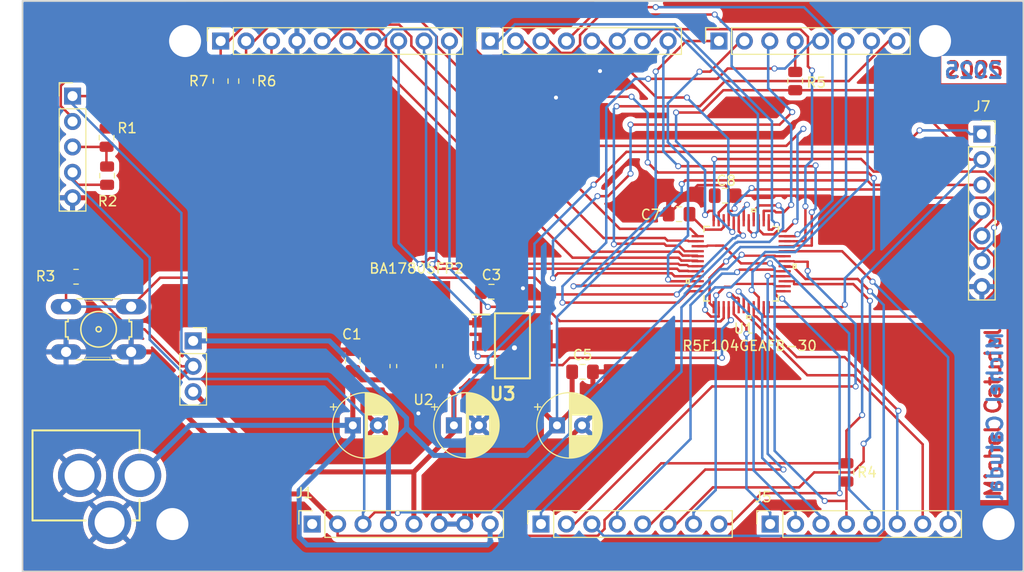
<source format=kicad_pcb>
(kicad_pcb (version 20240108) (generator "pcbnew") (generator_version "8.0")
  (title_block (date "mar. 31 mars 2015"))
  (layers (0 "F.Cu" signal) (31 "B.Cu" signal) (34 "B.Paste" user) (35 "F.Paste" user) (36 "B.SilkS" user "B.Silkscreen") (37 "F.SilkS" user "F.Silkscreen") (38 "B.Mask" user) (39 "F.Mask" user) (44 "Edge.Cuts" user))
  (net 0 "")
  (net 1 "GND")
  (net 2 "Net-(U1-REGC)")
  (net 3 "/SDA")
  (net 4 "/SCL")
  (net 5 "/P122")
  (net 6 "+3.3V")
  (net 7 "/P121")
  (net 8 "Net-(J4-Pin_3)")
  (net 9 "Net-(J2-Pin_5)")
  (net 10 "Net-(J4-Pin_4)")
  (net 11 "Net-(J2-Pin_6)")
  (net 12 "/MISO_00")
  (net 13 "/MOSI_20")
  (net 14 "/MISO_21")
  (net 15 "/SCK_21")
  (net 16 "/CS_21")
  (net 17 "/CS_20")
  (net 18 "/MOSI_21")
  (net 19 "/SCK_20")
  (net 20 "/MISO_20")
  (net 21 "Net-(J4-Pin_2)")
  (net 22 "/SCK_00")
  (net 23 "Net-(J4-Pin_8)")
  (net 24 "/CS_00")
  (net 25 "/MOSI_00")
  (net 26 "/MOSI_11")
  (net 27 "Net-(J4-Pin_1)")
  (net 28 "Net-(J4-Pin_7)")
  (net 29 "/CS_11")
  (net 30 "/MISO_11")
  (net 31 "+5V")
  (net 32 "Net-(J3-Pin_3)")
  (net 33 "Net-(J3-Pin_2)")
  (net 34 "Net-(J3-Pin_4)")
  (net 35 "Net-(J3-Pin_6)")
  (net 36 "/SCK_11")
  (net 37 "Net-(P3-Pin_2)")
  (net 38 "Net-(J3-Pin_7)")
  (net 39 "Net-(P3-Pin_3)")
  (net 40 "Net-(J3-Pin_5)")
  (net 41 "Net-(J3-Pin_1)")
  (net 42 "Net-(J3-Pin_8)")
  (net 43 "/Vin")
  (net 44 "Net-(S1-S)")
  (net 45 "VCC")
  (net 46 "/~{RESET}")
  (net 48 "/P17")
  (net 49 "/P74")
  (net 50 "/P16")
  (net 51 "/P73")
  (net 52 "Net-(J4-Pin_6)")
  (net 53 "Net-(J4-Pin_5)")
  (net 54 "Net-(J7-Pin_4)")
  (footprint "Connector_PinSocket_2.54mm:PinSocket_1x08_P2.54mm_Vertical" (layer "F.Cu") (at 101.802 77.26 90)
    (property "Reference" "J3" (hide yes))
    (property "Value" "Misc IOs")
  )
  (footprint "Connector_PinSocket_2.54mm:PinSocket_1x10_P2.54mm_Vertical" (layer "F.Cu") (at 69.798 29 90)
    (property "Reference" "J2" (hide yes))
    (property "Value" "Misc IOs")
  )
  (footprint "Connector_PinSocket_2.54mm:PinSocket_1x08_P2.54mm_Vertical" (layer "F.Cu") (at 96.722 29 90)
    (property "Reference" "J4" (hide yes))
    (property "Value" "Misc IOS")
  )
  (footprint "Connector_PinSocket_2.54mm:PinSocket_1x08_P2.54mm_Vertical" (layer "F.Cu") (at 119.582 29 90)
    (property "Reference" "J6" (hide yes))
    (property "Value" "Misc Ios")
  )
  (footprint "Capacitor_THT:CP_Radial_D6.3mm_P2.50mm" (layer "F.Cu") (at 93.102 67.4)
    (property "Reference" "C4" (hide yes))
    (property "Value" "47uF")
  )
  (footprint "catu:MountingHole_3.2mm" (layer "F.Cu") (at 147.522 77.26)
    (property "Reference" "MH4" (hide yes))
    (property "Value" "MountingHole_3.2mm" (hide yes))
  )
  (footprint "Capacitor_SMD:C_0805_2012Metric_Pad1.18x1.45mm_HandSolder" (layer "F.Cu") (at 120.2 44.45)
    (property "Reference" "C8")
    (property "Value" "0.1uF")
  )
  (footprint "Resistor_SMD:R_0805_2012Metric" (layer "F.Cu") (at 58.4 38.65 -90)
    (property "Reference" "R1")
    (property "Value" "1k")
  )
  (footprint "Resistor_SMD:R_0805_2012Metric" (layer "F.Cu") (at 72.338 33 90)
    (property "Reference" "R6")
    (property "Value" "10k")
  )
  (footprint "Connector_PinSocket_2.54mm:PinSocket_1x07_P2.54mm_Vertical" (layer "F.Cu") (at 145.85 38.3)
    (property "Reference" "J7")
    (property "Value" "Misc")
  )
  (footprint "catu:B3F-10XX" (layer "F.Cu") (at 57.602 57.8)
    (property "Reference" "S1" (hide yes))
    (property "Value" "10-XX" (hide yes))
  )
  (footprint "catu:PLQP0048KF-A_REN" (layer "F.Cu") (at 121.8066 51.25)
    (property "Reference" "U1")
    (property "Value" "R5F104GEAFB-30")
  )
  (footprint "Capacitor_THT:CP_Radial_D6.3mm_P2.50mm" (layer "F.Cu") (at 83.002 67.4)
    (property "Reference" "C2" (hide yes))
    (property "Value" "47uF")
  )
  (footprint "Connector_PinSocket_2.54mm:PinSocket_1x08_P2.54mm_Vertical" (layer "F.Cu") (at 78.942 77.26 90)
    (property "Reference" "J1")
    (property "Value" "Power")
  )
  (footprint "catu:BA17805FP" (layer "F.Cu") (at 89.35 56.9826)
    (property "Reference" "U2")
    (property "Value" "BA17805FP2")
  )
  (footprint "Resistor_SMD:R_0805_2012Metric_Pad1.20x1.40mm_HandSolder" (layer "F.Cu") (at 55.35 52.55)
    (property "Reference" "R3")
    (property "Value" "4.7k")
  )
  (footprint "catu:POWER_JACK_PTH" (layer "F.Cu") (at 48 72.4 -90)
    (property "Reference" "P2" (hide yes))
    (property "Value" "POWER_JACKPTH" (hide yes))
  )
  (footprint "catu:MountingHole_3.2mm" (layer "F.Cu") (at 66.242 29)
    (property "Reference" "MH1" (hide yes))
    (property "Value" "MountingHole_3.2mm" (hide yes))
  )
  (footprint "Resistor_SMD:R_0805_2012Metric" (layer "F.Cu") (at 127.202 33 90)
    (property "Reference" "R5")
    (property "Value" "10k")
  )
  (footprint "Capacitor_THT:CP_Radial_D6.3mm_P2.50mm" (layer "F.Cu") (at 103.402 67.4)
    (property "Reference" "C6" (hide yes))
    (property "Value" "47uF")
  )
  (footprint "Resistor_SMD:R_0805_2012Metric" (layer "F.Cu") (at 132.32 72.1 -90)
    (property "Reference" "R4")
    (property "Value" "10k")
  )
  (footprint "Capacitor_SMD:C_0805_2012Metric_Pad1.18x1.45mm_HandSolder" (layer "F.Cu") (at 96.852 54.05)
    (property "Reference" "C3")
    (property "Value" "0.1uF")
  )
  (footprint "Capacitor_SMD:C_0805_2012Metric_Pad1.18x1.45mm_HandSolder" (layer "F.Cu") (at 115.6 46.3 180)
    (property "Reference" "C7")
    (property "Value" "0.1uF")
  )
  (footprint "Connector_PinSocket_2.54mm:PinSocket_1x03_P2.54mm_Vertical" (layer "F.Cu") (at 67.052 58.96)
    (property "Reference" "JP1" (hide yes))
    (property "Value" "Jumper_3_Bridged12" (hide yes))
  )
  (footprint "Resistor_SMD:R_0805_2012Metric" (layer "F.Cu") (at 58.45 42.45 -90)
    (property "Reference" "R2")
    (property "Value" "10k")
  )
  (footprint "Resistor_SMD:R_0805_2012Metric" (layer "F.Cu") (at 69.798 33 90)
    (property "Reference" "R7")
    (property "Value" "10k")
  )
  (footprint "catu:MountingHole_3.2mm" (layer "F.Cu") (at 64.972 77.26)
    (property "Reference" "MH2" (hide yes))
    (property "Value" "MountingHole_3.2mm" (hide yes))
  )
  (footprint "Connector_PinHeader_2.54mm:PinHeader_1x05_P2.54mm_Vertical" (layer "F.Cu") (at 55 34.5)
    (property "Reference" "P3" (hide yes))
    (property "Value" "E2 Lite")
  )
  (footprint "Capacitor_SMD:C_0805_2012Metric_Pad1.18x1.45mm_HandSolder" (layer "F.Cu") (at 83.002 60.9125 90)
    (property "Reference" "C1")
    (property "Value" "0.1uF")
  )
  (footprint "Connector_PinSocket_2.54mm:PinSocket_1x08_P2.54mm_Vertical" (layer "F.Cu") (at 124.7 77.26 90)
    (property "Reference" "J5")
    (property "Value" "Misc Ios")
  )
  (footprint "Capacitor_SMD:C_0805_2012Metric_Pad1.18x1.45mm_HandSolder" (layer "F.Cu") (at 105.952 62.05)
    (property "Reference" "C5")
    (property "Value" "0.1uF")
  )
  (footprint "catu:SOT230P700X180-4N" (layer "F.Cu") (at 98.952 59.45)
    (property "Reference" "U3")
    (property "Value" "TPS7B8333QDCYRQ1" (hide yes))
  )
  (footprint "catu:MountingHole_3.2mm" (layer "F.Cu") (at 141.172 29)
    (property "Reference" "MH3" (hide yes))
    (property "Value" "MountingHole_3.2mm" (hide yes))
  )
  (gr_line (start 50 82) (end 50 25) (stroke (width 0.15)) (layer "Edge.Cuts"))
  (gr_line (start 150 82) (end 50 82) (stroke (width 0.15)) (layer "Edge.Cuts"))
  (gr_line (start 50 25) (end 150 25) (stroke (width 0.15)) (layer "Edge.Cuts"))
  (gr_line (start 150 25) (end 150 82) (stroke (width 0.15)) (layer "Edge.Cuts"))
  (gr_text "2025\n" (at 142.05 32.75 0) (layer "F.Cu") (effects (font (size 1.5 1.5) (thickness 0.3) (bold yes)) (justify left bottom)))
  (gr_text "Michel Catudal" (at 147.85 74.75 90) (layer "F.Cu") (effects (font (size 1.5 1.5) (thickness 0.3) (bold yes)) (justify left bottom)))
  (gr_text "Michel Catudal" (at 148.05 57.9 90) (layer "B.Cu") (effects (font (size 1.5 1.5) (thickness 0.3) (bold yes)) (justify left bottom mirror)))
  (gr_text "2025" (at 148.05 32.85 -0) (layer "B.Cu") (effects (font (size 1.5 1.5) (thickness 0.3) (bold yes)) (justify left bottom mirror)))
  (segment (start 96.002 59.65) (end 95.802 59.45) (width 0.5) (layer "F.Cu") (net 1))
  (segment (start 130.65 44.45) (end 139.75 53.55) (width 0.25) (layer "F.Cu") (net 1))
  (segment (start 101.902 59.65) (end 102.102 59.45) (width 0.5) (layer "F.Cu") (net 1))
  (segment (start 121.238 44.45) (end 130.65 44.45) (width 0.25) (layer "F.Cu") (net 1))
  (segment (start 94.75 71.65) (end 94.75 76.692) (width 0.5) (layer "F.Cu") (net 1))
  (segment (start 86.4576 59.875) (end 89.35 56.9826) (width 0.25) (layer "F.Cu") (net 1))
  (segment (start 119.557 46.9066) (end 119.557 46.1309) (width 0.25) (layer "F.Cu") (net 1))
  (segment (start 120.188 43.4) (end 121.238 44.45) (width 0.25) (layer "F.Cu") (net 1))
  (segment (start 94.75 68.252) (end 94.75 71.65) (width 0.5) (layer "F.Cu") (net 1))
  (segment (start 83.002 59.875) (end 86.4576 59.875) (width 0.5) (layer "F.Cu") (net 1))
  (segment (start 139.75 53.55) (end 139.76 53.54) (width 0.25) (layer "F.Cu") (net 1))
  (segment (start 117.462 43.4) (end 120.188 43.4) (width 0.25) (layer "F.Cu") (net 1))
  (segment (start 99.15 59.65) (end 101.902 59.65) (width 0.5) (layer "F.Cu") (net 1))
  (segment (start 114.562 46.3) (end 117.462 43.4) (width 0.25) (layer "F.Cu") (net 1))
  (segment (start 89.35 56.9826) (end 91.8826 56.9826) (width 0.25) (layer "F.Cu") (net 1))
  (segment (start 95.602 67.4) (end 94.75 68.252) (width 0.5) (layer "F.Cu") (net 1))
  (segment (start 139.76 53.54) (end 145.85 53.54) (width 0.25) (layer "F.Cu") (net 1))
  (segment (start 99.15 59.65) (end 96.002 59.65) (width 0.5) (layer "F.Cu") (net 1))
  (segment (start 94.75 76.692) (end 94.182 77.26) (width 0.5) (layer "F.Cu") (net 1))
  (segment (start 119.557 46.1309) (end 121.238 44.45) (width 0.25) (layer "F.Cu") (net 1))
  (via (at 100 53.7) (size 0.6) (drill 0.4) (layers "F.Cu" "B.Cu") (net 1))
  (via (at 99.15 59.65) (size 0.9) (drill 0.5) (layers "F.Cu" "B.Cu") (net 1))
  (via (at 89.55 66.2) (size 0.6) (drill 0.4) (layers "F.Cu" "B.Cu") (net 1))
  (via (at 107.7 32) (size 0.6) (drill 0.4) (layers "F.Cu" "B.Cu") (net 1))
  (via (at 103.3 34.65) (size 0.6) (drill 0.4) (layers "F.Cu" "B.Cu") (net 1))
  (segment (start 95.602 63.198) (end 99.15 59.65) (width 0.5) (layer "B.Cu") (net 1))
  (segment (start 95.602 67.4) (end 95.602 63.198) (width 0.5) (layer "B.Cu") (net 1))
  (segment (start 119.809 47.8412) (end 120.057 47.5934) (width 0.25) (layer "F.Cu") (net 2))
  (segment (start 120.057 47.25) (end 120.0566 47.2496) (width 0.25) (layer "F.Cu") (net 2))
  (segment (start 118.179 47.8412) (end 119.809 47.8412) (width 0.25) (layer "F.Cu") (net 2))
  (segment (start 116.6375 46.3) (end 116.638 46.3) (width 0.25) (layer "F.Cu") (net 2))
  (segment (start 120.057 47.5934) (end 120.057 47.25) (width 0.25) (layer "F.Cu") (net 2))
  (segment (start 116.638 46.3) (end 118.179 47.8412) (width 0.25) (layer "F.Cu") (net 2))
  (segment (start 120.0566 47.2496) (end 120.0566 46.9066) (width 0.25) (layer "F.Cu") (net 2))
  (segment (start 120.057 47.25) (end 120.057 46.9066) (width 0.25) (layer "F.Cu") (net 2))
  (segment (start 116.4772 48.9395) (end 116.5377 49) (width 0.2284) (layer "F.Cu") (net 3))
  (segment (start 74.7883 27.3587) (end 73.147 29) (width 0.25) (layer "F.Cu") (net 3))
  (segment (start 108.0541 48.6815) (end 88.848 29.4754) (width 0.25) (layer "F.Cu") (net 3))
  (segment (start 72.338 32.0875) (end 72.338 29) (width 0.25) (layer "F.Cu") (net 3))
  (segment (start 88.848 28.5757) (end 87.631 27.3587) (width 0.25) (layer "F.Cu") (net 3))
  (segment (start 114.4408 48.9395) (end 114.1828 48.6815) (width 0.25) (layer "F.Cu") (net 3))
  (segment (start 87.631 27.3587) (end 74.7883 27.3587) (width 0.25) (layer "F.Cu") (net 3))
  (segment (start 73.147 29) (end 72.338 29) (width 0.25) (layer "F.Cu") (net 3))
  (segment (start 114.4408 48.9395) (end 116.4772 48.9395) (width 0.2284) (layer "F.Cu") (net 3))
  (segment (start 88.848 29.4754) (end 88.848 28.5757) (width 0.25) (layer "F.Cu") (net 3))
  (segment (start 114.1828 48.6815) (end 108.0541 48.6815) (width 0.25) (layer "F.Cu") (net 3))
  (segment (start 117.4632 49) (end 116.5377 49) (width 0.2284) (layer "F.Cu") (net 3))
  (segment (start 91.388 29.4755) (end 109.6789 47.7664) (width 0.25) (layer "F.Cu") (net 4))
  (segment (start 116.7296 47.7664) (end 117.4632 48.5) (width 0.25) (layer "F.Cu") (net 4))
  (segment (start 91.388 28.5758) (end 91.388 29.4755) (width 0.25) (layer "F.Cu") (net 4))
  (segment (start 70.607 29) (end 72.7488 26.8582) (width 0.25) (layer "F.Cu") (net 4))
  (segment (start 109.6789 47.7664) (end 116.7296 47.7664) (width 0.25) (layer "F.Cu") (net 4))
  (segment (start 89.6704 26.8582) (end 91.388 28.5758) (width 0.25) (layer "F.Cu") (net 4))
  (segment (start 69.798 32.0875) (end 69.798 29) (width 0.25) (layer "F.Cu") (net 4))
  (segment (start 72.7488 26.8582) (end 89.6704 26.8582) (width 0.25) (layer "F.Cu") (net 4))
  (segment (start 69.798 29) (end 70.607 29) (width 0.25) (layer "F.Cu") (net 4))
  (segment (start 133.7865 40.7895) (end 135.0393 42.0423) (width 0.25) (layer "F.Cu") (net 5))
  (segment (start 146.1826 42.0423) (end 147.4832 43.3429) (width 0.25) (layer "F.Cu") (net 5))
  (segment (start 119.1155 40.7895) (end 133.7865 40.7895) (width 0.25) (layer "F.Cu") (net 5))
  (segment (start 135.0393 42.0423) (end 146.1826 42.0423) (width 0.25) (layer "F.Cu") (net 5))
  (segment (start 121.0566 46.9066) (end 121.0566 47.9328) (width 0.25) (layer "F.Cu") (net 5))
  (segment (start 147.4832 43.3429) (end 147.4832 47.2274) (width 0.25) (layer "F.Cu") (net 5))
  (segment (start 147.4832 47.2274) (end 147.0647 47.6459) (width 0.25) (layer "F.Cu") (net 5))
  (segment (start 121.0566 47.9328) (end 120.9125 48.0769) (width 0.25) (layer "F.Cu") (net 5))
  (via (at 120.9125 48.0769) (size 0.6) (drill 0.4) (layers "F.Cu" "B.Cu") (net 5))
  (via (at 147.0647 47.6459) (size 0.6) (drill 0.4) (layers "F.Cu" "B.Cu") (net 5))
  (via (at 119.1155 40.7895) (size 0.6) (drill 0.4) (layers "F.Cu" "B.Cu") (net 5))
  (segment (start 120.9125 48.0769) (end 119.1155 46.2799) (width 0.25) (layer "B.Cu") (net 5))
  (segment (start 147.0647 47.6459) (end 147.0647 48.9763) (width 0.25) (layer "B.Cu") (net 5))
  (segment (start 145.85 50.191) (end 145.85 51) (width 0.25) (layer "B.Cu") (net 5))
  (segment (start 147.0647 48.9763) (end 145.85 50.191) (width 0.25) (layer "B.Cu") (net 5))
  (segment (start 119.1155 46.2799) (end 119.1155 40.7895) (width 0.25) (layer "B.Cu") (net 5))
  (segment (start 134.3952 42.9211) (end 116.2269 42.9211) (width 0.25) (layer "F.Cu") (net 6))
  (segment (start 95.802 61.75) (end 97.752 61.75) (width 0.5) (layer "F.Cu") (net 6))
  (segment (start 104.914 63.9687) (end 104.9145 63.9682) (width 0.25) (layer "F.Cu") (net 6))
  (segment (start 145.85 43.38) (end 144.6733 43.38) (width 0.25) (layer "F.Cu") (net 6))
  (segment (start 134.8526 43.3785) (end 134.3952 42.9211) (width 0.25) (layer "F.Cu") (net 6))
  (segment (start 104.914 62.05) (end 104.914 63.9687) (width 0.5) (layer "F.Cu") (net 6))
  (segment (start 104.9145 63.9682) (end 104.9145 62.05) (width 0.25) (layer "F.Cu") (net 6))
  (segment (start 144.6733 43.38) (end 144.6718 43.3785) (width 0.25) (layer "F.Cu") (net 6))
  (segment (start 104.914 65.8875) (end 103.402 67.4) (width 0.5) (layer "F.Cu") (net 6))
  (segment (start 104.914 63.9687) (end 104.914 65.8875) (width 0.5) (layer "F.Cu") (net 6))
  (segment (start 144.6718 43.3785) (end 134.8526 43.3785) (width 0.25) (layer "F.Cu") (net 6))
  (segment (start 97.752 61.75) (end 103.402 67.4) (width 0.5) (layer "F.Cu") (net 6))
  (segment (start 116.2269 42.9211) (end 115.8636 43.2844) (width 0.25) (layer "F.Cu") (net 6))
  (via (at 115.8636 43.2844) (size 0.6) (drill 0.4) (layers "F.Cu" "B.Cu") (net 6))
  (segment (start 88.375 66.675) (end 88.375 67.675) (width 0.5) (layer "B.Cu") (net 6))
  (segment (start 103.402 67.4) (end 103.402 56.5681) (width 0.25) (layer "B.Cu") (net 6))
  (segment (start 80.66 58.96) (end 88.375 66.675) (width 0.5) (layer "B.Cu") (net 6))
  (segment (start 115.8636 44.1065) (end 115.8636 43.2844) (width 0.25) (layer "B.Cu") (net 6))
  (segment (start 86.562 69.488) (end 86.562 77.26) (width 0.5) (layer "B.Cu") (net 6))
  (segment (start 88.375 67.675) (end 91.1 70.4) (width 0.5) (layer "B.Cu") (net 6))
  (segment (start 67.052 58.96) (end 80.66 58.96) (width 0.5) (layer "B.Cu") (net 6))
  (segment (start 88.375 67.675) (end 86.562 69.488) (width 0.5) (layer "B.Cu") (net 6))
  (segment (start 100.402 70.4) (end 103.402 67.4) (width 0.5) (layer "B.Cu") (net 6))
  (segment (start 103.402 56.5681) (end 115.8636 44.1065) (width 0.25) (layer "B.Cu") (net 6))
  (segment (start 91.1 70.4) (end 100.402 70.4) (width 0.5) (layer "B.Cu") (net 6))
  (segment (start 137.4151 43.8302) (end 138.2349 44.65) (width 0.25) (layer "F.Cu") (net 7))
  (segment (start 145.85 47.9744) (end 145.85 48.46) (width 0.25) (layer "F.Cu") (net 7))
  (segment (start 147.0268 45.4255) (end 147.0268 46.7976) (width 0.25) (layer "F.Cu") (net 7))
  (segment (start 146.2513 44.65) (end 147.0268 45.4255) (width 0.25) (layer "F.Cu") (net 7))
  (segment (start 147.0268 46.7976) (end 145.85 47.9744) (width 0.25) (layer "F.Cu") (net 7))
  (segment (start 120.9097 45.9718) (end 120.5566 45.9718) (width 0.2284) (layer "F.Cu") (net 7))
  (segment (start 122.8474 43.6855) (end 122.9921 43.8302) (width 0.25) (layer "F.Cu") (net 7))
  (segment (start 138.2349 44.65) (end 146.2513 44.65) (width 0.25) (layer "F.Cu") (net 7))
  (segment (start 121.145 45.7365) (end 120.9097 45.9718) (width 0.2284) (layer "F.Cu") (net 7))
  (segment (start 122.9921 43.8302) (end 137.4151 43.8302) (width 0.25) (layer "F.Cu") (net 7))
  (segment (start 120.5566 46.9066) (end 120.5566 45.9718) (width 0.25) (layer "F.Cu") (net 7))
  (via (at 121.145 45.7365) (size 0.6) (drill 0.4) (layers "F.Cu" "B.Cu") (net 7))
  (via (at 122.8474 43.6855) (size 0.6) (drill 0.4) (layers "F.Cu" "B.Cu") (net 7))
  (segment (start 121.145 45.3879) (end 122.8474 43.6855) (width 0.25) (layer "B.Cu") (net 7))
  (segment (start 121.145 45.7365) (end 121.145 45.3879) (width 0.25) (layer "B.Cu") (net 7))
  (segment (start 107.7494 26.35) (end 119.1569 26.35) (width 0.25) (layer "F.Cu") (net 8))
  (segment (start 104.9006 30.1826) (end 105.7053 29.3779) (width 0.25) (layer "F.Cu") (net 8))
  (segment (start 126.8027 45.3666) (end 126.057 46.1123) (width 0.25) (layer "F.Cu") (net 8))
  (segment (start 125.2739 46.1123) (end 125.1319 45.9703) (width 0.25) (layer "F.Cu") (net 8))
  (segment (start 105.7053 29.3779) (end 105.7053 28.3941) (width 0.25) (layer "F.Cu") (net 8))
  (segment (start 125.1319 45.9703) (end 124.0566 45.9703) (width 0.25) (layer "F.Cu") (net 8))
  (segment (start 103.7936 30.1826) (end 104.9006 30.1826) (width 0.25) (layer "F.Cu") (net 8))
  (segment (start 126.057 46.1123) (end 125.2739 46.1123) (width 0.25) (layer "F.Cu") (net 8))
  (segment (start 105.7053 28.3941) (end 107.7494 26.35) (width 0.25) (layer "F.Cu") (net 8))
  (segment (start 124.0566 46.9066) (end 124.0566 45.9703) (width 0.25) (layer "F.Cu") (net 8))
  (segment (start 101.802 29) (end 102.611 29) (width 0.25) (layer "F.Cu") (net 8))
  (segment (start 102.611 29) (end 103.7936 30.1826) (width 0.25) (layer "F.Cu") (net 8))
  (via (at 119.1569 26.35) (size 0.6) (drill 0.4) (layers "F.Cu" "B.Cu") (net 8))
  (via (at 126.8027 45.3666) (size 0.6) (drill 0.4) (layers "F.Cu" "B.Cu") (net 8))
  (segment (start 120.852 30.1521) (end 120.85 30.1541) (width 0.25) (layer "B.Cu") (net 8))
  (segment (start 120.85 31.5) (end 126.8027 37.4527) (width 0.25) (layer "B.Cu") (net 8))
  (segment (start 119.1569 26.35) (end 120.852 28.0451) (width 0.25) (layer "B.Cu") (net 8))
  (segment (start 120.852 28.0451) (end 120.852 30.1521) (width 0.25) (layer "B.Cu") (net 8))
  (segment (start 120.85 30.1541) (end 120.85 31.5) (width 0.25) (layer "B.Cu") (net 8))
  (segment (start 126.8027 37.4527) (end 126.8027 45.3666) (width 0.25) (layer "B.Cu") (net 8))
  (segment (start 117.4027 50.4395) (end 117.4632 50.5) (width 0.2284) (layer "F.Cu") (net 9))
  (segment (start 81.9519 27.8151) (end 80.767 29) (width 0.25) (layer "F.Cu") (net 9))
  (segment (start 116.5728 50.4395) (end 117.4027 50.4395) (width 0.2284) (layer "F.Cu") (net 9))
  (segment (start 106.8826 50.05) (end 86.308 29.4754) (width 0.25) (layer "F.Cu") (net 9))
  (segment (start 115.578878 50.05) (end 106.8826 50.05) (width 0.25) (layer "F.Cu") (net 9))
  (segment (start 116.5728 50.4395) (end 115.968378 50.4395) (width 0.25) (layer "F.Cu") (net 9))
  (segment (start 85.5474 27.8151) (end 81.9519 27.8151) (width 0.25) (layer "F.Cu") (net 9))
  (segment (start 86.308 29.4754) (end 86.308 28.5757) (width 0.25) (layer "F.Cu") (net 9))
  (segment (start 115.968378 50.4395) (end 115.578878 50.05) (width 0.25) (layer "F.Cu") (net 9))
  (segment (start 86.308 28.5757) (end 85.5474 27.8151) (width 0.25) (layer "F.Cu") (net 9))
  (segment (start 80.767 29) (end 79.958 29) (width 0.25) (layer "F.Cu") (net 9))
  (segment (start 127.2306 48.5) (end 127.428 48.3026) (width 0.25) (layer "F.Cu") (net 10))
  (segment (start 126.15 48.5) (end 127.0863 48.5) (width 0.25) (layer "F.Cu") (net 10))
  (segment (start 113.2627 25.6175) (end 107.7245 25.6175) (width 0.25) (layer "F.Cu") (net 10))
  (segment (start 107.7245 25.6175) (end 104.342 29) (width 0.25) (layer "F.Cu") (net 10))
  (segment (start 127.0863 48.5) (end 127.2306 48.5) (width 0.25) (layer "F.Cu") (net 10))
  (via (at 113.2627 25.6175) (size 0.6) (drill 0.4) (layers "F.Cu" "B.Cu") (net 10))
  (via (at 127.428 48.3026) (size 0.6) (drill 0.4) (layers "F.Cu" "B.Cu") (net 10))
  (segment (start 127.5467 48.3026) (end 130.9197 44.9296) (width 0.25) (layer "B.Cu") (net 10))
  (segment (start 130.9197 28.4589) (end 128.0783 25.6175) (width 0.25) (layer "B.Cu") (net 10))
  (segment (start 130.9197 44.9296) (end 130.9197 28.4589) (width 0.25) (layer "B.Cu") (net 10))
  (segment (start 127.428 48.3026) (end 127.5467 48.3026) (width 0.25) (layer "B.Cu") (net 10))
  (segment (start 128.0783 25.6175) (end 113.2627 25.6175) (width 0.25) (layer "B.Cu") (net 10))
  (segment (start 116.5986 50.9395) (end 117.4027 50.9395) (width 0.2284) (layer "F.Cu") (net 11))
  (segment (start 117.4027 50.9395) (end 117.4632 51) (width 0.2284) (layer "F.Cu") (net 11))
  (segment (start 115.542482 50.65) (end 104.957 50.65) (width 0.25) (layer "F.Cu") (net 11))
  (segment (start 83.307 29) (end 82.498 29) (width 0.25) (layer "F.Cu") (net 11))
  (segment (start 115.831982 50.9395) (end 115.542482 50.65) (width 0.25) (layer "F.Cu") (net 11))
  (segment (start 104.957 50.65) (end 83.307 29) (width 0.25) (layer "F.Cu") (net 11))
  (segment (start 116.5986 50.9395) (end 115.831982 50.9395) (width 0.25) (layer "F.Cu") (net 11))
  (segment (start 123.1918 56.5282) (end 123.3051 56.5282) (width 0.25) (layer "F.Cu") (net 12))
  (segment (start 127.352 60.5751) (end 132.1368 60.5751) (width 0.25) (layer "F.Cu") (net 12))
  (segment (start 123.3051 56.5282) (end 127.352 60.5751) (width 0.25) (layer "F.Cu") (net 12))
  (segment (start 123.0566 56.393) (end 123.0566 55.5934) (width 0.2284) (layer "F.Cu") (net 12))
  (segment (start 123.1918 56.5282) (end 123.0566 56.393) (width 0.2284) (layer "F.Cu") (net 12))
  (segment (start 132.1368 60.5751) (end 137.5097 65.948) (width 0.25) (layer "F.Cu") (net 12))
  (via (at 137.5097 65.948) (size 0.6) (drill 0.4) (layers "F.Cu" "B.Cu") (net 12))
  (segment (start 137.5097 65.948) (end 137.4 66.0577) (width 0.25) (layer "B.Cu") (net 12))
  (segment (start 137.4 66.0577) (end 137.4 77.26) (width 0.25) (layer "B.Cu") (net 12))
  (segment (start 121.5449 54.0168) (end 122.0566 54.5285) (width 0.25) (layer "F.Cu") (net 13))
  (segment (start 122.0566 54.5285) (end 122.0566 55.5934) (width 0.25) (layer "F.Cu") (net 13))
  (via (at 121.5449 54.0168) (size 0.6) (drill 0.4) (layers "F.Cu" "B.Cu") (net 13))
  (segment (start 123.908 56.3799) (end 121.5449 54.0168) (width 0.25) (layer "B.Cu") (net 13))
  (segment (start 129.78 77.26) (end 129.78 76.5246) (width 0.25) (layer "B.Cu") (net 13))
  (segment (start 129.78 76.5246) (end 123.908 70.6526) (width 0.25) (layer "B.Cu") (net 13))
  (segment (start 123.908 70.6526) (end 123.908 56.3799) (width 0.25) (layer "B.Cu") (net 13))
  (segment (start 114.675 53.0003) (end 115.7341 53.0003) (width 0.25) (layer "F.Cu") (net 14))
  (segment (start 115.7341 53.0003) (end 115.734401 52.999999) (width 0.25) (layer "F.Cu") (net 14))
  (segment (start 114.5 52.8253) (end 114.675 53.0003) (width 0.25) (layer "F.Cu") (net 14))
  (segment (start 121.7543 29) (end 118.6953 32.059) (width 0.25) (layer "F.Cu") (net 14))
  (segment (start 115.734401 52.999999) (end 117.4632 52.999999) (width 0.25) (layer "F.Cu") (net 14))
  (segment (start 118.6953 32.059) (end 117.643 32.059) (width 0.25) (layer "F.Cu") (net 14))
  (segment (start 122.122 29) (end 121.7543 29) (width 0.25) (layer "F.Cu") (net 14))
  (via (at 117.643 32.059) (size 0.6) (drill 0.4) (layers "F.Cu" "B.Cu") (net 14))
  (via (at 114.5 52.8253) (size 0.6) (drill 0.4) (layers "F.Cu" "B.Cu") (net 14))
  (segment (start 114.4793 35.2227) (end 117.643 32.059) (width 0.25) (layer "B.Cu") (net 14))
  (segment (start 114.5 50.4253) (end 116.4911 48.4342) (width 0.25) (layer "B.Cu") (net 14))
  (segment (start 116.4911 41.1223) (end 114.4793 39.1105) (width 0.25) (layer "B.Cu") (net 14))
  (segment (start 114.5 52.8253) (end 114.5 50.4253) (width 0.25) (layer "B.Cu") (net 14))
  (segment (start 114.4793 39.1105) (end 114.4793 35.2227) (width 0.25) (layer "B.Cu") (net 14))
  (segment (start 116.4911 48.4342) (end 116.4911 41.1223) (width 0.25) (layer "B.Cu") (net 14))
  (segment (start 119.582 29) (end 116.3111 29) (width 0.25) (layer "F.Cu") (net 15))
  (segment (start 105.05 53.5) (end 105.1105 53.4395) (width 0.25) (layer "F.Cu") (net 15))
  (segment (start 116.3111 29) (end 113.2627 32.0484) (width 0.25) (layer "F.Cu") (net 15))
  (segment (start 116.4772 53.4395) (end 116.5377 53.5) (width 0.2284) (layer "F.Cu") (net 15))
  (segment (start 117.4632 53.5) (end 116.5377 53.5) (width 0.2284) (layer "F.Cu") (net 15))
  (segment (start 107.6389 53.4395) (end 116.4772 53.4395) (width 0.2284) (layer "F.Cu") (net 15))
  (segment (start 105.1105 53.4395) (end 107.6389 53.4395) (width 0.25) (layer "F.Cu") (net 15))
  (via (at 105.05 53.5) (size 0.6) (drill 0.4) (layers "F.Cu" "B.Cu") (net 15))
  (via (at 113.2627 32.0484) (size 0.6) (drill 0.4) (layers "F.Cu" "B.Cu") (net 15))
  (segment (start 105.05 53.5) (end 105.7803 53.5) (width 0.25) (layer "B.Cu") (net 15))
  (segment (start 105.7803 53.5) (end 113.2627 46.0176) (width 0.25) (layer "B.Cu") (net 15))
  (segment (start 113.2627 46.0176) (end 113.2627 32.0484) (width 0.25) (layer "B.Cu") (net 15))
  (segment (start 127.202 32.0875) (end 127.202 29) (width 0.25) (layer "F.Cu") (net 16))
  (segment (start 132.32 74.9516) (end 130.1522 74.9516) (width 0.25) (layer "F.Cu") (net 17))
  (segment (start 117.4632 49.5) (end 118.3887 49.5) (width 0.2284) (layer "F.Cu") (net 17))
  (segment (start 132.32 74.9516) (end 132.32 77.26) (width 0.25) (layer "F.Cu") (net 17))
  (segment (start 119.2707 49.4395) (end 118.4492 49.4395) (width 0.2284) (layer "F.Cu") (net 17))
  (segment (start 118.4492 49.4395) (end 118.3887 49.5) (width 0.2284) (layer "F.Cu") (net 17))
  (segment (start 120.0104 49.4395) (end 119.2707 49.4395) (width 0.25) (layer "F.Cu") (net 17))
  (segment (start 124.6867 51.2145) (end 121.7854 51.2145) (width 0.25) (layer "F.Cu") (net 17))
  (segment (start 132.32 73.0125) (end 132.32 74.9516) (width 0.25) (layer "F.Cu") (net 17))
  (segment (start 121.7854 51.2145) (end 120.0104 49.4395) (width 0.25) (layer "F.Cu") (net 17))
  (via (at 130.1522 74.9516) (size 0.6) (drill 0.4) (layers "F.Cu" "B.Cu") (net 17))
  (via (at 124.6867 51.2145) (size 0.6) (drill 0.4) (layers "F.Cu" "B.Cu") (net 17))
  (segment (start 130.1522 74.9516) (end 125.1475 69.9469) (width 0.25) (layer "B.Cu") (net 17))
  (segment (start 125.1475 69.9469) (end 125.1475 51.6753) (width 0.25) (layer "B.Cu") (net 17))
  (segment (start 125.1475 51.6753) (end 124.6867 51.2145) (width 0.25) (layer "B.Cu") (net 17))
  (segment (start 110.75 37.35) (end 125.65 37.35) (width 0.25) (layer "F.Cu") (net 18))
  (segment (start 108.5 44.5) (end 107.45 44.5) (width 0.25) (layer "F.Cu") (net 18))
  (segment (start 103.4997 52.2003) (end 103 52.7) (width 0.25) (layer "F.Cu") (net 18))
  (segment (start 110.75 42.25) (end 108.5 44.5) (width 0.25) (layer "F.Cu") (net 18))
  (segment (start 113.6497 52.2003) (end 103.4997 52.2003) (width 0.25) (layer "F.Cu") (net 18))
  (segment (start 125.65 37.35) (end 126.9 36.1) (width 0.25) (layer "F.Cu") (net 18))
  (segment (start 114.8503 52.2003) (end 113.6497 52.2003) (width 0.25) (layer "F.Cu") (net 18))
  (segment (start 115.15 52.5) (end 114.8503 52.2003) (width 0.25) (layer "F.Cu") (net 18))
  (segment (start 117.4632 52.5) (end 115.15 52.5) (width 0.25) (layer "F.Cu") (net 18))
  (via (at 107.45 44.5) (size 0.6) (drill 0.4) (layers "F.Cu" "B.Cu") (net 18))
  (via (at 126.9 36.1) (size 0.6) (drill 0.4) (layers "F.Cu" "B.Cu") (net 18))
  (via (at 110.75 37.35) (size 0.6) (drill 0.4) (layers "F.Cu" "B.Cu") (net 18))
  (via (at 103 52.7) (size 0.6) (drill 0.4) (layers "F.Cu" "B.Cu") (net 18))
  (via (at 110.75 42.25) (size 0.6) (drill 0.4) (layers "F.Cu" "B.Cu") (net 18))
  (segment (start 110.75 42.25) (end 110.75 37.35) (width 0.25) (layer "B.Cu") (net 18))
  (segment (start 103 52.7) (end 103 48.95) (width 0.25) (layer "B.Cu") (net 18))
  (segment (start 103 48.95) (end 107.45 44.5) (width 0.25) (layer "B.Cu") (net 18))
  (segment (start 124.5013 29.1607) (end 124.662 29) (width 0.25) (layer "B.Cu") (net 18))
  (segment (start 126.9 36.1) (end 124.5013 33.7013) (width 0.25) (layer "B.Cu") (net 18))
  (segment (start 124.5013 33.7013) (end 124.5013 29.1607) (width 0.25) (layer "B.Cu") (net 18))
  (segment (start 122.3272 58.2369) (end 122.3272 57.5503) (width 0.25) (layer "F.Cu") (net 19))
  (segment (start 122.3272 57.5503) (end 121.0566 56.2797) (width 0.25) (layer "F.Cu") (net 19))
  (segment (start 121.0566 56.2797) (end 121.0566 55.5934) (width 0.25) (layer "F.Cu") (net 19))
  (via (at 122.3272 58.2369) (size 0.6) (drill 0.4) (layers "F.Cu" "B.Cu") (net 19))
  (segment (start 122.3272 58.2369) (end 122.3272 73.7105) (width 0.25) (layer "B.Cu") (net 19))
  (segment (start 122.3272 73.7105) (end 124.7 76.0833) (width 0.25) (layer "B.Cu") (net 19))
  (segment (start 124.7 77.26) (end 124.7 76.0833) (width 0.25) (layer "B.Cu") (net 19))
  (segment (start 120.646 54.3346) (end 120.6194 54.3612) (width 0.25) (layer "F.Cu") (net 20))
  (segment (start 121.5566 54.7511) (end 121.4641 54.6586) (width 0.25) (layer "F.Cu") (net 20))
  (segment (start 120.9149 54.3346) (end 121.2389 54.6586) (width 0.2284) (layer "F.Cu") (net 20))
  (segment (start 121.2389 54.6586) (end 121.4641 54.6586) (width 0.2284) (layer "F.Cu") (net 20))
  (segment (start 121.5566 55.4116) (end 121.5566 54.7511) (width 0.25) (layer "F.Cu") (net 20))
  (segment (start 121.5566 55.4116) (end 121.5566 55.5934) (width 0.2284) (layer "F.Cu") (net 20))
  (segment (start 120.9149 54.3346) (end 120.646 54.3346) (width 0.25) (layer "F.Cu") (net 20))
  (via (at 120.6194 54.3612) (size 0.6) (drill 0.4) (layers "F.Cu" "B.Cu") (net 20))
  (segment (start 127.24 77.26) (end 127.24 76.0833) (width 0.25) (layer "B.Cu") (net 20))
  (segment (start 123.0452 71.8885) (end 127.24 76.0833) (width 0.25) (layer "B.Cu") (net 20))
  (segment (start 123.0452 56.787) (end 123.0452 71.8885) (width 0.25) (layer "B.Cu") (net 20))
  (segment (start 120.6194 54.3612) (end 123.0452 56.787) (width 0.25) (layer "B.Cu") (net 20))
  (segment (start 135.0528 42.6946) (end 135.0549 42.6946) (width 0.25) (layer "F.Cu") (net 21))
  (segment (start 112.4634 41.1292) (end 113.4666 42.1324) (width 0.25) (layer "F.Cu") (net 21))
  (segment (start 132.1616 55.332) (end 131.9002 55.5934) (width 0.25) (layer "F.Cu") (net 21))
  (segment (start 105.6331 34.5621) (end 110.8471 34.5621) (width 0.25) (layer "F.Cu") (net 21))
  (segment (start 131.9002 55.5934) (end 124.5566 55.5934) (width 0.25) (layer "F.Cu") (net 21))
  (segment (start 134.4906 42.1324) (end 135.0528 42.6946) (width 0.25) (layer "F.Cu") (net 21))
  (segment (start 100.071 29) (end 105.6331 34.5621) (width 0.25) (layer "F.Cu") (net 21))
  (segment (start 113.4666 42.1324) (end 134.4906 42.1324) (width 0.25) (layer "F.Cu") (net 21))
  (segment (start 99.262 29) (end 100.071 29) (width 0.25) (layer "F.Cu") (net 21))
  (via (at 110.8471 34.5621) (size 0.6) (drill 0.4) (layers "F.Cu" "B.Cu") (net 21))
  (via (at 135.0549 42.6946) (size 0.6) (drill 0.4) (layers "F.Cu" "B.Cu") (net 21))
  (via (at 132.1616 55.332) (size 0.6) (drill 0.4) (layers "F.Cu" "B.Cu") (net 21))
  (via (at 112.4634 41.1292) (size 0.6) (drill 0.4) (layers "F.Cu" "B.Cu") (net 21))
  (segment (start 110.8471 34.5621) (end 112.4634 36.1784) (width 0.25) (layer "B.Cu") (net 21))
  (segment (start 135.0549 49.8232) (end 132.1616 52.7165) (width 0.25) (layer "B.Cu") (net 21))
  (segment (start 135.0549 42.6946) (end 135.0549 49.8232) (width 0.25) (layer "B.Cu") (net 21))
  (segment (start 112.4634 36.1784) (end 112.4634 41.1292) (width 0.25) (layer "B.Cu") (net 21))
  (segment (start 132.1616 52.7165) (end 132.1616 55.332) (width 0.25) (layer "B.Cu") (net 21))
  (segment (start 123.5566 55.5934) (end 123.5566 54.5957) (width 0.25) (layer "F.Cu") (net 22))
  (segment (start 123.5566 54.5957) (end 122.8458 53.8849) (width 0.25) (layer "F.Cu") (net 22))
  (via (at 122.8458 53.8849) (size 0.6) (drill 0.4) (layers "F.Cu" "B.Cu") (net 22))
  (segment (start 132.5835 73.8068) (end 134.86 76.0833) (width 0.25) (layer "B.Cu") (net 22))
  (segment (start 132.5835 58.2095) (end 132.5835 73.8068) (width 0.25) (layer "B.Cu") (net 22))
  (segment (start 122.8458 53.8849) (end 122.9323 53.7984) (width 0.25) (layer "B.Cu") (net 22))
  (segment (start 122.9323 52.0556) (end 124.4156 50.5723) (width 0.25) (layer "B.Cu") (net 22))
  (segment (start 124.4156 50.5723) (end 124.9463 50.5723) (width 0.25) (layer "B.Cu") (net 22))
  (segment (start 122.9323 53.7984) (end 122.9323 52.0556) (width 0.25) (layer "B.Cu") (net 22))
  (segment (start 134.86 77.26) (end 134.86 76.0833) (width 0.25) (layer "B.Cu") (net 22))
  (segment (start 124.9463 50.5723) (end 132.5835 58.2095) (width 0.25) (layer "B.Cu") (net 22))
  (segment (start 129.1625 41.5056) (end 115.5145 41.5056) (width 0.25) (layer "F.Cu") (net 23))
  (segment (start 128.856 49.4395) (end 127.136 49.4395) (width 0.2284) (layer "F.Cu") (net 23))
  (segment (start 126.15 49.5) (end 127.0755 49.5) (width 0.2284) (layer "F.Cu") (net 23))
  (segment (start 127.136 49.4395) (end 127.0755 49.5) (width 0.2284) (layer "F.Cu") (net 23))
  (segment (start 129.2401 41.428) (end 129.1625 41.5056) (width 0.25) (layer "F.Cu") (net 23))
  (segment (start 128.856 46.107) (end 128.856 49.4395) (width 0.25) (layer "F.Cu") (net 23))
  (via (at 115.5145 41.5056) (size 0.6) (drill 0.4) (layers "F.Cu" "B.Cu") (net 23))
  (via (at 129.2401 41.428) (size 0.6) (drill 0.4) (layers "F.Cu" "B.Cu") (net 23))
  (via (at 128.856 46.107) (size 0.6) (drill 0.4) (layers "F.Cu" "B.Cu") (net 23))
  (segment (start 114.502 29) (end 114.502 30.1767) (width 0.25) (layer "B.Cu") (net 23))
  (segment (start 129.2401 41.428) (end 129.2401 45.7229) (width 0.25) (layer "B.Cu") (net 23))
  (segment (start 114.0261 30.6526) (end 114.0261 40.0172) (width 0.25) (layer "B.Cu") (net 23))
  (segment (start 114.502 30.1767) (end 114.0261 30.6526) (width 0.25) (layer "B.Cu") (net 23))
  (segment (start 129.2401 45.7229) (end 128.856 46.107) (width 0.25) (layer "B.Cu") (net 23))
  (segment (start 114.0261 40.0172) (end 115.5145 41.5056) (width 0.25) (layer "B.Cu") (net 23))
  (segment (start 134.9293 53.0434) (end 131.8859 50) (width 0.25) (layer "F.Cu") (net 24))
  (segment (start 131.8859 50) (end 126.15 50) (width 0.25) (layer "F.Cu") (net 24))
  (via (at 134.9293 53.0434) (size 0.6) (drill 0.4) (layers "F.Cu" "B.Cu") (net 24))
  (segment (start 142.48 60.5941) (end 134.9293 53.0434) (width 0.25) (layer "B.Cu") (net 24))
  (segment (start 142.48 77.26) (end 142.48 60.5941) (width 0.25) (layer "B.Cu") (net 24))
  (segment (start 122.5566 56.5318) (end 128.4169 62.3921) (width 0.25) (layer "F.Cu") (net 25))
  (segment (start 128.4169 62.3921) (end 133.0367 62.3921) (width 0.25) (layer "F.Cu") (net 25))
  (segment (start 139.94 69.2954) (end 139.94 77.26) (width 0.25) (layer "F.Cu") (net 25))
  (segment (start 122.5566 56.5297) (end 122.5566 56.5318) (width 0.25) (layer "F.Cu") (net 25))
  (segment (start 133.0367 62.3921) (end 139.94 69.2954) (width 0.25) (layer "F.Cu") (net 25))
  (segment (start 122.5566 55.5934) (end 122.5566 56.5297) (width 0.25) (layer "F.Cu") (net 25))
  (segment (start 119.5566 56.5297) (end 118.7829 56.5297) (width 0.25) (layer "F.Cu") (net 26))
  (segment (start 119.5566 55.5934) (end 119.5566 56.5189) (width 0.2284) (layer "F.Cu") (net 26))
  (segment (start 118.7829 56.5297) (end 118.2048 55.9516) (width 0.25) (layer "F.Cu") (net 26))
  (segment (start 118.2048 55.9516) (end 118.2048 55.8557) (width 0.25) (layer "F.Cu") (net 26))
  (segment (start 119.5566 56.5297) (end 119.5566 56.5189) (width 0.2284) (layer "F.Cu") (net 26))
  (via (at 118.2048 55.8557) (size 0.6) (drill 0.4) (layers "F.Cu" "B.Cu") (net 26))
  (segment (start 134.822 29) (end 134.822 30.1767) (width 0.25) (layer "B.Cu") (net 26))
  (segment (start 118.2048 54.5927) (end 118.2048 55.8557) (width 0.25) (layer "B.Cu") (net 26))
  (segment (start 119.1839 53.6136) (end 118.2048 54.5927) (width 0.25) (layer "B.Cu") (net 26))
  (segment (start 120.7829 53.6136) (end 119.1839 53.6136) (width 0.25) (layer "B.Cu") (net 26))
  (segment (start 122.4806 51.9159) (end 120.7829 53.6136) (width 0.25) (layer "B.Cu") (net 26))
  (segment (start 134.822 30.1767) (end 134.4282 30.5705) (width 0.25) (layer "B.Cu") (net 26))
  (segment (start 134.4282 30.5705) (end 134.4282 42.8674) (width 0.25) (layer "B.Cu") (net 26))
  (segment (start 124.2044 50.0799) (end 122.4806 51.8037) (width 0.25) (layer "B.Cu") (net 26))
  (segment (start 134.4282 42.8674) (end 127.2157 50.0799) (width 0.25) (layer "B.Cu") (net 26))
  (segment (start 127.2157 50.0799) (end 124.2044 50.0799) (width 0.25) (layer "B.Cu") (net 26))
  (segment (start 122.4806 51.8037) (end 122.4806 51.9159) (width 0.25) (layer "B.Cu") (net 26))
  (segment (start 124.5566 47.8429) (end 124.8825 47.8429) (width 0.25) (layer "F.Cu") (net 27))
  (segment (start 124.5566 46.9066) (end 124.5566 47.8429) (width 0.25) (layer "F.Cu") (net 27))
  (segment (start 124.8825 47.8429) (end 125.3617 47.3637) (width 0.25) (layer "F.Cu") (net 27))
  (via (at 125.3617 47.3637) (size 0.6) (drill 0.4) (layers "F.Cu" "B.Cu") (net 27))
  (segment (start 125.3617 47.3637) (end 124.8774 46.8794) (width 0.25) (layer "B.Cu") (net 27))
  (segment (start 99.1996 27.3314) (end 97.531 29) (width 0.25) (layer "B.Cu") (net 27))
  (segment (start 97.531 29) (end 96.722 29) (width 0.25) (layer "B.Cu") (net 27))
  (segment (start 124.8774 37.0261) (end 115.1827 27.3314) (width 0.25) (layer "B.Cu") (net 27))
  (segment (start 124.8774 46.8794) (end 124.8774 37.0261) (width 0.25) (layer "B.Cu") (net 27))
  (segment (start 115.1827 27.3314) (end 99.1996 27.3314) (width 0.25) (layer "B.Cu") (net 27))
  (segment (start 111.962 29) (end 112.771 29) (width 0.25) (layer "F.Cu") (net 28))
  (segment (start 128.472 31.534) (end 128.8834 31.9454) (width 0.25) (layer "F.Cu") (net 28))
  (segment (start 128.472 28.5757) (end 128.472 31.534) (width 0.25) (layer "F.Cu") (net 28))
  (segment (start 112.771 29) (end 113.9559 27.8151) (width 0.25) (layer "F.Cu") (net 28))
  (segment (start 113.9559 27.8151) (end 127.7114 27.8151) (width 0.25) (layer "F.Cu") (net 28))
  (segment (start 128.1609 49) (end 128.2214 48.9395) (width 0.2284) (layer "F.Cu") (net 28))
  (segment (start 127.0755 49) (end 128.1609 49) (width 0.2284) (layer "F.Cu") (net 28))
  (segment (start 128.2214 45.5141) (end 128.2214 48.9395) (width 0.25) (layer "F.Cu") (net 28))
  (segment (start 127.7114 27.8151) (end 128.472 28.5757) (width 0.25) (layer "F.Cu") (net 28))
  (segment (start 126.15 49) (end 127.0755 49) (width 0.2284) (layer "F.Cu") (net 28))
  (via (at 128.2214 45.5141) (size 0.6) (drill 0.4) (layers "F.Cu" "B.Cu") (net 28))
  (via (at 128.8834 31.9454) (size 0.6) (drill 0.4) (layers "F.Cu" "B.Cu") (net 28))
  (segment (start 128.8834 31.9454) (end 128.8834 40.8985) (width 0.25) (layer "B.Cu") (net 28))
  (segment (start 128.8834 40.8985) (end 128.2214 41.5605) (width 0.25) (layer "B.Cu") (net 28))
  (segment (start 128.2214 41.5605) (end 128.2214 45.5141) (width 0.25) (layer "B.Cu") (net 28))
  (segment (start 109.3552 35.5186) (end 117.6717 35.5186) (width 0.25) (layer "F.Cu") (net 29))
  (segment (start 117.6717 35.5186) (end 120.1904 32.9999) (width 0.25) (layer "F.Cu") (net 29))
  (segment (start 115.6 49.45) (end 116.15 50) (width 0.2284) (layer "F.Cu") (net 29))
  (segment (start 114.114904 49.25) (end 109.144 49.25) (width 0.25) (layer "F.Cu") (net 29))
  (segment (start 114.314904 49.45) (end 114.114904 49.25) (width 0.25) (layer "F.Cu") (net 29))
  (segment (start 132.5531 32.9999) (end 136.553 29) (width 0.25) (layer "F.Cu") (net 29))
  (segment (start 109.144 49.25) (end 109.0858 49.3082) (width 0.25) (layer "F.Cu") (net 29))
  (segment (start 115.6 49.45) (end 114.314904 49.45) (width 0.25) (layer "F.Cu") (net 29))
  (segment (start 116.15 50) (end 117.4632 50) (width 0.2284) (layer "F.Cu") (net 29))
  (segment (start 120.1904 32.9999) (end 132.5531 32.9999) (width 0.25) (layer "F.Cu") (net 29))
  (segment (start 136.553 29) (end 137.362 29) (width 0.25) (layer "F.Cu") (net 29))
  (via (at 109.0858 49.3082) (size 0.6) (drill 0.4) (layers "F.Cu" "B.Cu") (net 29))
  (via (at 109.3552 35.5186) (size 0.6) (drill 0.4) (layers "F.Cu" "B.Cu") (net 29))
  (segment (start 109.0858 35.788) (end 109.0858 49.3082) (width 0.25) (layer "B.Cu") (net 29))
  (segment (start 109.3552 35.5186) (end 109.0858 35.788) (width 0.25) (layer "B.Cu") (net 29))
  (segment (start 120.2996 51.0166) (end 118.6455 52.6707) (width 0.25) (layer "F.Cu") (net 30))
  (segment (start 118.6455 52.6707) (end 118.6455 55.1823) (width 0.25) (layer "F.Cu") (net 30))
  (segment (start 118.6455 55.1823) (end 119.0566 55.5934) (width 0.25) (layer "F.Cu") (net 30))
  (via (at 120.2996 51.0166) (size 0.6) (drill 0.4) (layers "F.Cu" "B.Cu") (net 30))
  (segment (start 121.7291 49.5859) (end 120.2996 51.0154) (width 0.25) (layer "B.Cu") (net 30))
  (segment (start 127.0414 49.5859) (end 121.7291 49.5859) (width 0.25) (layer "B.Cu") (net 30))
  (segment (start 132.282 44.3453) (end 127.0414 49.5859) (width 0.25) (layer "B.Cu") (net 30))
  (segment (start 132.282 29) (end 132.282 44.3453) (width 0.25) (layer "B.Cu") (net 30))
  (segment (start 120.2996 51.0154) (end 120.2996 51.0166) (width 0.25) (layer "B.Cu") (net 30))
  (segment (start 93.102 67.4) (end 93.102 64.301999) (width 0.5) (layer "F.Cu") (net 31))
  (segment (start 93.3 62.85) (end 93.4 62.85) (width 0.5) (layer "F.Cu") (net 31))
  (segment (start 67.052 64.04) (end 75.06 72.048) (width 0.5) (layer "F.Cu") (net 31))
  (segment (start 137.4845 40.072) (end 110.3404 40.072) (width 0.25) (layer "F.Cu") (net 31))
  (segment (start 93.102 67.4) (end 93.102 68.048) (width 0.5) (layer "F.Cu") (net 31))
  (segment (start 93.9 57.5) (end 93.95 57.5) (width 0.5) (layer "F.Cu") (net 31))
  (segment (start 93.95 57.5) (end 94.3 57.15) (width 0.5) (layer "F.Cu") (net 31))
  (segment (start 93.102 68.048) (end 89.102 72.048) (width 0.5) (layer "F.Cu") (net 31))
  (segment (start 110.3404 40.072) (end 107.0617 43.3507) (width 0.25) (layer "F.Cu") (net 31))
  (segment (start 93.102 64.301999) (end 91.650001 62.85) (width 0.5) (layer "F.Cu") (net 31))
  (segment (start 94.3 57.15) (end 95.051 57.15) (width 0.5) (layer "F.Cu") (net 31))
  (segment (start 95.051 57.15) (end 95.802 57.15) (width 0.5) (layer "F.Cu") (net 31))
  (segment (start 95.051 57.15) (end 95.8145 56.3865) (width 0.25) (layer "F.Cu") (net 31))
  (segment (start 93.4 62.85) (end 93.9 62.35) (width 0.5) (layer "F.Cu") (net 31))
  (segment (start 75.06 72.048) (end 89.102 72.048) (width 0.5) (layer "F.Cu") (net 31))
  (segment (start 95.8145 56.3865) (end 95.8145 54.05) (width 0.25) (layer "F.Cu") (net 31))
  (segment (start 139.6286 37.9279) (end 137.4845 40.072) (width 0.25) (layer "F.Cu") (net 31))
  (segment (start 91.65 62.85) (end 93.3 62.85) (width 0.5) (layer "F.Cu") (net 31))
  (segment (start 93.9 62.35) (end 93.9 57.5) (width 0.5) (layer "F.Cu") (net 31))
  (segment (start 89.102 72.048) (end 89.102 77.26) (width 0.5) (layer "F.Cu") (net 31))
  (via (at 107.0617 43.3507) (size 0.6) (drill 0.4) (layers "F.Cu" "B.Cu") (net 31))
  (via (at 139.6286 37.9279) (size 0.6) (drill 0.4) (layers "F.Cu" "B.Cu") (net 31))
  (segment (start 96.5 61.1799) (end 96.5 60.7) (width 0.25) (layer "B.Cu") (net 31))
  (segment (start 101.1517 49.2607) (end 107.0617 43.3507) (width 0.25) (layer "B.Cu") (net 31))
  (segment (start 93.102 64.5779) (end 96.5 61.1799) (width 0.25) (layer "B.Cu") (net 31))
  (segment (start 96.5 60.7) (end 101.1517 56.0483) (width 0.25) (layer "B.Cu") (net 31))
  (segment (start 101.1517 56.0483) (end 101.1517 49.2607) (width 0.25) (layer "B.Cu") (net 31))
  (segment (start 144.3012 37.9279) (end 144.6733 38.3) (width 0.25) (layer "B.Cu") (net 31))
  (segment (start 139.6286 37.9279) (end 144.3012 37.9279) (width 0.25) (layer "B.Cu") (net 31))
  (segment (start 93.102 67.4) (end 93.102 64.5779) (width 0.25) (layer "B.Cu") (net 31))
  (segment (start 145.85 38.3) (end 144.6733 38.3) (width 0.25) (layer "B.Cu") (net 31))
  (segment (start 126.2105 51.5605) (end 126.15 51.5) (width 0.2284) (layer "F.Cu") (net 32))
  (segment (start 133.4432 52.774) (end 128.2281 52.774) (width 0.25) (layer "F.Cu") (net 32))
  (segment (start 128.2281 52.774) (end 127.0146 51.5605) (width 0.25) (layer "F.Cu") (net 32))
  (segment (start 134.6775 54.0083) (end 133.4432 52.774) (width 0.25) (layer "F.Cu") (net 32))
  (segment (start 127.0146 51.5605) (end 126.2105 51.5605) (width 0.2284) (layer "F.Cu") (net 32))
  (via (at 134.6775 54.0083) (size 0.6) (drill 0.4) (layers "F.Cu" "B.Cu") (net 32))
  (segment (start 136.0458 55.3766) (end 134.6775 54.0083) (width 0.25) (layer "B.Cu") (net 32))
  (segment (start 108.0634 78.4414) (end 135.3686 78.4414) (width 0.25) (layer "B.Cu") (net 32))
  (segment (start 136.0458 77.7642) (end 136.0458 55.3766) (width 0.25) (layer "B.Cu") (net 32))
  (segment (start 106.882 77.26) (end 108.0634 78.4414) (width 0.25) (layer "B.Cu") (net 32))
  (segment (start 135.3686 78.4414) (end 136.0458 77.7642) (width 0.25) (layer "B.Cu") (net 32))
  (segment (start 127.1253 51.0498) (end 127.0755 51) (width 0.2284) (layer "F.Cu") (net 33))
  (segment (start 118.901 63.51) (end 133.2372 63.51) (width 0.25) (layer "F.Cu") (net 33))
  (segment (start 128.4464 51.9651) (end 128.4464 51.0498) (width 0.25) (layer "F.Cu") (net 33))
  (segment (start 126.15 51) (end 127.0755 51) (width 0.2284) (layer "F.Cu") (net 33))
  (segment (start 105.151 77.26) (end 118.901 63.51) (width 0.25) (layer "F.Cu") (net 33))
  (segment (start 128.4464 51.0498) (end 127.1253 51.0498) (width 0.2284) (layer "F.Cu") (net 33))
  (segment (start 104.342 77.26) (end 105.151 77.26) (width 0.25) (layer "F.Cu") (net 33))
  (via (at 128.4464 51.9651) (size 0.6) (drill 0.4) (layers "F.Cu" "B.Cu") (net 33))
  (via (at 133.2372 63.51) (size 0.6) (drill 0.4) (layers "F.Cu" "B.Cu") (net 33))
  (segment (start 128.4464 52.503) (end 133.2372 57.2938) (width 0.25) (layer "B.Cu") (net 33))
  (segment (start 128.4464 51.9651) (end 128.4464 52.503) (width 0.25) (layer "B.Cu") (net 33))
  (segment (start 133.2372 57.2938) (end 133.2372 63.51) (width 0.25) (layer "B.Cu") (net 33))
  (segment (start 121.648 51.843) (end 121.3976 52.0934) (width 0.25) (layer "F.Cu") (net 34))
  (segment (start 126.15 52) (end 125.2245 52) (width 0.2284) (layer "F.Cu") (net 34))
  (segment (start 125.1997 51.9752) (end 125.0675 51.843) (width 0.25) (layer "F.Cu") (net 34))
  (segment (start 125.0675 51.843) (end 121.648 51.843) (width 0.25) (layer "F.Cu") (net 34))
  (segment (start 125.1997 51.9752) (end 125.2245 52) (width 0.2284) (layer "F.Cu") (net 34))
  (via (at 121.3976 52.0934) (size 0.6) (drill 0.4) (layers "F.Cu" "B.Cu") (net 34))
  (segment (start 116.7422 68.7631) (end 109.422 76.0833) (width 0.25) (layer "B.Cu") (net 34))
  (segment (start 121.3976 52.0934) (end 121.2493 52.2417) (width 0.25) (layer "B.Cu") (net 34))
  (segment (start 109.422 77.26) (end 109.422 76.0833) (width 0.25) (layer "B.Cu") (net 34))
  (segment (start 121.2493 52.2417) (end 119.8833 52.2417) (width 0.25) (layer "B.Cu") (net 34))
  (segment (start 119.8833 52.2417) (end 116.7422 55.3828) (width 0.25) (layer "B.Cu") (net 34))
  (segment (start 116.7422 55.3828) (end 116.7422 68.7631) (width 0.25) (layer "B.Cu") (net 34))
  (segment (start 127.0863 53.2855) (end 133.0044 53.2855) (width 0.25) (layer "F.Cu") (net 35))
  (segment (start 127.5989 73.5962) (end 129.0951 72.1) (width 0.25) (layer "F.Cu") (net 35))
  (segment (start 114.502 77.26) (end 115.311 77.26) (width 0.25) (layer "F.Cu") (net 35))
  (segment (start 127.0863 53.2855) (end 127.0863 53.0108) (width 0.2284) (layer "F.Cu") (net 35))
  (segment (start 115.311 77.26) (end 118.9748 73.5962) (width 0.25) (layer "F.Cu") (net 35))
  (segment (start 129.0951 72.1) (end 132.9531 72.1) (width 0.25) (layer "F.Cu") (net 35))
  (segment (start 126.15 53) (end 127.0755 53) (width 0.2284) (layer "F.Cu") (net 35))
  (segment (start 118.9748 73.5962) (end 127.5989 73.5962) (width 0.25) (layer "F.Cu") (net 35))
  (segment (start 132.9531 72.1) (end 134.0372 71.0159) (width 0.25) (layer "F.Cu") (net 35))
  (segment (start 127.0863 53.0108) (end 127.0755 53) (width 0.2284) (layer "F.Cu") (net 35))
  (segment (start 133.0044 53.2855) (end 134.6703 54.9514) (width 0.25) (layer "F.Cu") (net 35))
  (segment (start 134.0372 71.0159) (end 134.0372 69.23) (width 0.25) (layer "F.Cu") (net 35))
  (via (at 134.6703 54.9514) (size 0.6) (drill 0.4) (layers "F.Cu" "B.Cu") (net 35))
  (via (at 134.0372 69.23) (size 0.6) (drill 0.4) (layers "F.Cu" "B.Cu") (net 35))
  (segment (start 134.0372 69.23) (end 134.6703 68.5969) (width 0.25) (layer "B.Cu") (net 35))
  (segment (start 134.6703 68.5969) (end 134.6703 54.9514) (width 0.25) (layer "B.Cu") (net 35))
  (segment (start 119.4208 32.7767) (end 112.5114 32.7767) (width 0.25) (layer "F.Cu") (net 36))
  (segment (start 116.5269 54.1102) (end 116.5269 54) (width 0.25) (layer "F.Cu") (net 36))
  (segment (start 120.4501 31.7474) (end 119.4208 32.7767) (width 0.25) (layer "F.Cu") (net 36))
  (segment (start 103.9476 55.1362) (end 115.5009 55.1362) (width 0.25) (layer "F.Cu") (net 36))
  (segment (start 115.5009 55.1362) (end 116.5269 54.1102) (width 0.25) (layer "F.Cu") (net 36))
  (segment (start 117.4632 54) (end 116.5269 54) (width 0.25) (layer "F.Cu") (net 36))
  (segment (start 125.1263 31.7474) (end 120.4501 31.7474) (width 0.25) (layer "F.Cu") (net 36))
  (via (at 103.9476 55.1362) (size 0.6) (drill 0.4) (layers "F.Cu" "B.Cu") (net 36))
  (via (at 112.5114 32.7767) (size 0.6) (drill 0.4) (layers "F.Cu" "B.Cu") (net 36))
  (via (at 125.1263 31.7474) (size 0.6) (drill 0.4) (layers "F.Cu" "B.Cu") (net 36))
  (segment (start 103.9476 55.1362) (end 103.9476 53.5064) (width 0.25) (layer "B.Cu") (net 36))
  (segment (start 129.742 29) (end 128.933 29) (width 0.25) (layer "B.Cu") (net 36))
  (segment (start 108.322 49.132) (end 108.322 35.6379) (width 0.25) (layer "B.Cu") (net 36))
  (segment (start 128.933 29) (end 126.1856 31.7474) (width 0.25) (layer "B.Cu") (net 36))
  (segment (start 111.1832 32.7767) (end 112.5114 32.7767) (width 0.25) (layer "B.Cu") (net 36))
  (segment (start 103.9476 53.5064) (end 108.322 49.132) (width 0.25) (layer "B.Cu") (net 36))
  (segment (start 108.322 35.6379) (end 111.1832 32.7767) (width 0.25) (layer "B.Cu") (net 36))
  (segment (start 126.1856 31.7474) (end 125.1263 31.7474) (width 0.25) (layer "B.Cu") (net 36))
  (segment (start 126.317 39.4715) (end 128.0185 37.77) (width 0.25) (layer "F.Cu") (net 37))
  (segment (start 53.8233 35.4956) (end 53.8233 33.4849) (width 0.25) (layer "F.Cu") (net 37))
  (segment (start 126.2458 47.9905) (end 125.3952 47.9905) (width 0.25) (layer "F.Cu") (net 37))
  (segment (start 55 36.6723) (end 53.8233 35.4956) (width 0.25) (layer "F.Cu") (net 37))
  (segment (start 104.8911 39.4715) (end 126.317 39.4715) (width 0.25) (layer "F.Cu") (net 37))
  (segment (start 125.3952 47.9905) (end 125.0721 48.3136) (width 0.25) (layer "F.Cu") (net 37))
  (segment (start 127.2057 47.0306) (end 126.2458 47.9905) (width 0.25) (layer "F.Cu") (net 37))
  (segment (start 91.7827 26.3631) (end 104.8911 39.4715) (width 0.25) (layer "F.Cu") (net 37))
  (segment (start 124.0273 48.3136) (end 123.5566 47.8429) (width 0.25) (layer "F.Cu") (net 37))
  (segment (start 123.5566 46.9066) (end 123.5566 47.8429) (width 0.25) (layer "F.Cu") (net 37))
  (segment (start 60.9451 26.3631) (end 91.7827 26.3631) (width 0.25) (layer "F.Cu") (net 37))
  (segment (start 125.0721 48.3136) (end 124.0273 48.3136) (width 0.25) (layer "F.Cu") (net 37))
  (segment (start 53.8233 33.4849) (end 60.9451 26.3631) (width 0.25) (layer "F.Cu") (net 37))
  (segment (start 55 37.04) (end 55 36.6723) (width 0.25) (layer "F.Cu") (net 37))
  (via (at 127.2057 47.0306) (size 0.6) (drill 0.4) (layers "F.Cu" "B.Cu") (net 37))
  (via (at 128.0185 37.77) (size 0.6) (drill 0.4) (layers "F.Cu" "B.Cu") (net 37))
  (segment (start 127.4294 38.3591) (end 128.0185 37.77) (width 0.25) (layer "B.Cu") (net 37))
  (segment (start 127.2057 47.0306) (end 127.4294 46.8069) (width 0.25) (layer "B.Cu") (net 37))
  (segment (start 127.4294 46.8069) (end 127.4294 38.3591) (width 0.25) (layer "B.Cu") (net 37))
  (segment (start 120.8402 53.5605) (end 120.1594 53.5605) (width 0.25) (layer "F.Cu") (net 38))
  (segment (start 121.1329 53.2678) (end 120.8402 53.5605) (width 0.2284) (layer "F.Cu") (net 38))
  (segment (start 124.9923 53.2678) (end 121.1329 53.2678) (width 0.2284) (layer "F.Cu") (net 38))
  (segment (start 126.15 53.5) (end 125.2245 53.5) (width 0.2284) (layer "F.Cu") (net 38))
  (segment (start 125.2245 53.5) (end 124.9923 53.2678) (width 0.2284) (layer "F.Cu") (net 38))
  (segment (start 120.1594 53.5605) (end 119.307 54.4129) (width 0.25) (layer "F.Cu") (net 38))
  (via (at 119.307 54.4129) (size 0.6) (drill 0.4) (layers "F.Cu" "B.Cu") (net 38))
  (segment (start 119.2568 73.8685) (end 117.042 76.0833) (width 0.25) (layer "B.Cu") (net 38))
  (segment (start 119.2568 54.4631) (end 119.2568 73.8685) (width 0.25) (layer "B.Cu") (net 38))
  (segment (start 119.307 54.4129) (end 119.2568 54.4631) (width 0.25) (layer "B.Cu") (net 38))
  (segment (start 117.042 77.26) (end 117.042 76.0833) (width 0.25) (layer "B.Cu") (net 38))
  (segment (start 58.3825 39.58) (end 58.4 39.5625) (width 0.25) (layer "F.Cu") (net 39))
  (segment (start 58.3825 39.58) (end 58.3825 41.47) (width 0.25) (layer "F.Cu") (net 39))
  (segment (start 58.3825 41.47) (end 58.45 41.5375) (width 0.25) (layer "F.Cu") (net 39))
  (segment (start 55 39.58) (end 58.3825 39.58) (width 0.25) (layer "F.Cu") (net 39))
  (segment (start 111.962 77.26) (end 112.771 77.26) (width 0.25) (layer "F.Cu") (net 40))
  (segment (start 112.771 77.26) (end 118.2165 71.8145) (width 0.25) (layer "F.Cu") (net 40))
  (segment (start 118.2165 71.8145) (end 126.0226 71.8145) (width 0.25) (layer "F.Cu") (net 40))
  (segment (start 124.4826 52.5) (end 124.4523 52.4697) (width 0.25) (layer "F.Cu") (net 40))
  (segment (start 126.15 52.5) (end 124.4826 52.5) (width 0.25) (layer "F.Cu") (net 40))
  (via (at 126.0226 71.8145) (size 0.6) (drill 0.4) (layers "F.Cu" "B.Cu") (net 40))
  (via (at 124.4523 52.4697) (size 0.6) (drill 0.4) (layers "F.Cu" "B.Cu") (net 40))
  (segment (start 126.0226 71.8145) (end 124.4523 70.2442) (width 0.25) (layer "B.Cu") (net 40))
  (segment (start 124.4523 70.2442) (end 124.4523 52.4697) (width 0.25) (layer "B.Cu") (net 40))
  (segment (start 122.0807 50.4502) (end 121.9566 50.4502) (width 0.25) (layer "F.Cu") (net 41))
  (segment (start 121.9566 50.4502) (end 121.8538 50.3474) (width 0.25) (layer "F.Cu") (net 41))
  (segment (start 122.0807 50.4502) (end 125.1747 50.4502) (width 0.2284) (layer "F.Cu") (net 41))
  (segment (start 126.15 50.5) (end 125.2245 50.5) (width 0.2284) (layer "F.Cu") (net 41))
  (segment (start 125.1747 50.4502) (end 125.2245 50.5) (width 0.2284) (layer "F.Cu") (net 41))
  (via (at 121.8538 50.3474) (size 0.6) (drill 0.4) (layers "F.Cu" "B.Cu") (net 41))
  (segment (start 115.8387 62.0466) (end 115.8387 55.6128) (width 0.25) (layer "B.Cu") (net 41))
  (segment (start 101.802 76.0833) (end 115.8387 62.0466) (width 0.25) (layer "B.Cu") (net 41))
  (segment (start 115.8387 55.6128) (end 119.6615 51.79) (width 0.25) (layer "B.Cu") (net 41))
  (segment (start 121.8538 50.349) (end 121.8538 50.3474) (width 0.25) (layer "B.Cu") (net 41))
  (segment (start 119.6615 51.79) (end 120.4128 51.79) (width 0.25) (layer "B.Cu") (net 41))
  (segment (start 120.4128 51.79) (end 121.8538 50.349) (width 0.25) (layer "B.Cu") (net 41))
  (segment (start 101.802 77.26) (end 101.802 76.0833) (width 0.25) (layer "B.Cu") (net 41))
  (segment (start 119.582 77.26) (end 120.7587 77.26) (width 0.25) (layer "F.Cu") (net 42))
  (segment (start 123.8431 74.1756) (end 131.6389 74.1756) (width 0.25) (layer "F.Cu") (net 42))
  (segment (start 131.6389 74.1756) (end 131.6389 74.1755) (width 0.25) (layer "F.Cu") (net 42))
  (segment (start 125.898 54.7467) (end 125.6665 54.7467) (width 0.25) (layer "F.Cu") (net 42))
  (segment (start 120.7587 77.26) (end 123.8431 74.1756) (width 0.25) (layer "F.Cu") (net 42))
  (segment (start 126.15 54) (end 125.2137 54) (width 0.25) (layer "F.Cu") (net 42))
  (segment (start 125.2137 54.2939) (end 125.2137 54) (width 0.25) (layer "F.Cu") (net 42))
  (segment (start 125.6665 54.7467) (end 125.2137 54.2939) (width 0.25) (layer "F.Cu") (net 42))
  (via (at 131.6389 74.1755) (size 0.6) (drill 0.4) (layers "F.Cu" "B.Cu") (net 42))
  (via (at 125.898 54.7467) (size 0.6) (drill 0.4) (layers "F.Cu" "B.Cu") (net 42))
  (segment (start 131.6389 74.1755) (end 131.6389 60.4876) (width 0.25) (layer "B.Cu") (net 42))
  (segment (start 131.6389 60.4876) (end 125.898 54.7467) (width 0.25) (layer "B.Cu") (net 42))
  (segment (start 83.902 62.85) (end 83.002 61.95) (width 0.5) (layer "F.Cu") (net 43))
  (segment (start 87.05 62.85) (end 83.902 62.85) (width 0.5) (layer "F.Cu") (net 43))
  (segment (start 83.002 67.4) (end 83.002 61.95) (width 0.5) (layer "F.Cu") (net 43))
  (segment (start 96.722 78.922) (end 96.722 77.26) (width 0.5) (layer "B.Cu") (net 43))
  (segment (start 66.7 67.4) (end 83.002 67.4) (width 0.5) (layer "B.Cu") (net 43))
  (segment (start 83.002 68.5267) (end 83.002 67.4) (width 0.5) (layer "B.Cu") (net 43))
  (segment (start 96.45 79.35) (end 96.8 79) (width 0.5) (layer "B.Cu") (net 43))
  (segment (start 96.8 79) (end 96.722 78.922) (width 0.5) (layer "B.Cu") (net 43))
  (segment (start 78.432 79.35) (end 96.45 79.35) (width 0.5) (layer "B.Cu") (net 43))
  (segment (start 77.642 78.56) (end 78.432 79.35) (width 0.5) (layer "B.Cu") (net 43))
  (segment (start 83.002 68.5267) (end 77.642 73.8867) (width 0.5) (layer "B.Cu") (net 43))
  (segment (start 61.7 72.4) (end 66.7 67.4) (width 0.5) (layer "B.Cu") (net 43))
  (segment (start 77.642 73.8867) (end 77.642 78.56) (width 0.5) (layer "B.Cu") (net 43))
  (segment (start 54.35 52.55) (end 54.35 55.5386) (width 0.25) (layer "F.Cu") (net 44))
  (segment (start 60.8532 55.5394) (end 63.7436 52.649) (width 0.25) (layer "F.Cu") (net 44))
  (segment (start 63.7436 52.649) (end 101.2308 52.649) (width 0.25) (layer "F.Cu") (net 44))
  (segment (start 54.35 55.5386) (end 54.3508 55.5394) (width 0.25) (layer "F.Cu") (net 44))
  (segment (start 102.8991 54.3173) (end 115.3689 54.3173) (width 0.25) (layer "F.Cu") (net 44))
  (segment (start 101.2308 52.649) (end 102.8991 54.3173) (width 0.25) (layer "F.Cu") (net 44))
  (segment (start 121.5566 48.0109) (end 121.9896 48.4439) (width 0.25) (layer "F.Cu") (net 44))
  (segment (start 121.5566 46.9066) (end 121.5566 48.0109) (width 0.25) (layer "F.Cu") (net 44))
  (via (at 115.3689 54.3173) (size 0.6) (drill 0.4) (layers "F.Cu" "B.Cu") (net 44))
  (via (at 121.9896 48.4439) (size 0.6) (drill 0.4) (layers "F.Cu" "B.Cu") (net 44))
  (segment (start 120.9826 48.7036) (end 121.1721 48.7036) (width 0.25) (layer "B.Cu") (net 44))
  (segment (start 115.3689 54.3173) (end 120.9826 48.7036) (width 0.25) (layer "B.Cu") (net 44))
  (segment (start 60.8532 55.5394) (end 54.3508 55.5394) (width 0.25) (layer "B.Cu") (net 44))
  (segment (start 121.1721 48.7036) (end 121.4318 48.4439) (width 0.25) (layer "B.Cu") (net 44))
  (segment (start 121.4318 48.4439) (end 121.9896 48.4439) (width 0.25) (layer "B.Cu") (net 44))
  (segment (start 120.0225 33.9125) (end 127.202 33.9125) (width 0.25) (layer "F.Cu") (net 45))
  (segment (start 60.7712 57.8) (end 56.35 53.3788) (width 0.25) (layer "F.Cu") (net 45))
  (segment (start 119.057 44.5559) (end 119.057 46.9062) (width 0.25) (layer "F.Cu") (net 45))
  (segment (start 55 34.5) (end 58.4 34.5) (width 0.25) (layer "F.Cu") (net 45))
  (segment (start 113.8156 71.1875) (end 132.32 71.1875) (width 0.25) (layer "F.Cu") (net 45))
  (segment (start 107.4575 78.4367) (end 108.152 77.7422) (width 0.25) (layer "F.Cu") (net 45))
  (segment (start 145.85 40.84) (end 144.6733 40.84) (width 0.25) (layer "F.Cu") (net 45))
  (segment (start 144.6733 40.84) (end 137.7458 33.9125) (width 0.25) (layer "F.Cu") (net 45))
  (segment (start 81.482 78.4352) (end 81.482 77.26) (width 0.25) (layer "F.Cu") (net 45))
  (segment (start 119.0566 46.9066) (end 119.0566 45.9703) (width 0.25) (layer "F.Cu") (net 45))
  (segment (start 67.052 61.5) (end 65.8753 61.5) (width 0.25) (layer "F.Cu") (net 45))
  (segment (start 58.4 34.5) (end 58.4 37.7375) (width 0.25) (layer "F.Cu") (net 45))
  (segment (start 67.052 61.5) (end 66.85 61.5) (width 0.5) (layer "F.Cu") (net 45))
  (segment (start 108.152 77.7422) (end 108.152 76.8511) (width 0.25) (layer "F.Cu") (net 45))
  (segment (start 118.6056 45.9703) (end 119.0566 45.9703) (width 0.25) (layer "F.Cu") (net 45))
  (segment (start 62.1753 57.8) (end 60.7712 57.8) (width 0.25) (layer "F.Cu") (net 45))
  (segment (start 66.85 61.5) (end 65.2 63.15) (width 0.5) (layer "F.Cu") (net 45))
  (segment (start 69.2105 34.5) (end 69.798 33.9125) (width 0.25) (layer "F.Cu") (net 45))
  (segment (start 69.798 33.9125) (end 72.338 33.9125) (width 0.25) (layer "F.Cu") (net 45))
  (segment (start 72.338 33.9125) (end 74.878 31.3725) (width 0.25) (layer "F.Cu") (net 45))
  (segment (start 74.2 74.25) (end 78.472 74.25) (width 0.5) (layer "F.Cu") (net 45))
  (segment (start 56.35 53.3788) (end 56.35 52.55) (width 0.25) (layer "F.Cu") (net 45))
  (segment (start 132.32 67.9392) (end 133.8892 66.37) (width 0.25) (layer "F.Cu") (net 45))
  (segment (start 137.7458 33.9125) (end 127.202 33.9125) (width 0.25) (layer "F.Cu") (net 45))
  (segment (start 132.32 71.1875) (end 132.32 67.9392) (width 0.25) (layer "F.Cu") (net 45))
  (segment (start 119.057 46.9062) (end 119.0566 46.9066) (width 0.25) (layer "F.Cu") (net 45))
  (segment (start 81.482 78.4352) (end 81.4835 78.4367) (width 0.25) (layer "F.Cu") (net 45))
  (segment (start 65.2 63.15) (end 65.2 65.25) (width 0.5) (layer "F.Cu") (net 45))
  (segment (start 118.1927 46.3832) (end 118.6056 45.9703) (width 0.25) (layer "F.Cu") (net 45))
  (segment (start 115.3 36.1436) (end 117.7914 36.1436) (width 0.25) (layer "F.Cu") (net 45))
  (segment (start 119.057 46.9062) (end 119.057 46.9066) (width 0.25) (layer "F.Cu") (net 45))
  (segment (start 65.8753 61.5) (end 62.1753 57.8) (width 0.25) (layer "F.Cu") (net 45))
  (segment (start 108.152 76.8511) (end 113.8156 71.1875) (width 0.25) (layer "F.Cu") (net 45))
  (segment (start 117.7914 36.1436) (end 120.0225 33.9125) (width 0.25) (layer "F.Cu") (net 45))
  (segment (start 78.472 74.25) (end 81.482 77.26) (width 0.5) (layer "F.Cu") (net 45))
  (segment (start 119.162 44.45) (end 119.057 44.5559) (width 0.25) (layer "F.Cu") (net 45))
  (segment (start 58.4 34.5) (end 69.2105 34.5) (width 0.25) (layer "F.Cu") (net 45))
  (segment (start 74.878 31.3725) (end 74.878 29) (width 0.25) (layer "F.Cu") (net 45))
  (segment (start 81.4835 78.4367) (end 107.4575 78.4367) (width 0.25) (layer "F.Cu") (net 45))
  (segment (start 65.2 65.25) (end 74.2 74.25) (width 0.5) (layer "F.Cu") (net 45))
  (segment (start 119.1625 44.45) (end 119.162 44.45) (width 0.25) (layer "F.Cu") (net 45))
  (via (at 118.1927 46.3832) (size 0.6) (drill 0.4) (layers "F.Cu" "B.Cu") (net 45))
  (via (at 115.3 36.1436) (size 0.6) (drill 0.4) (layers "F.Cu" "B.Cu") (net 45))
  (via (at 133.8892 66.37) (size 0.6) (drill 0.4) (layers "F.Cu" "B.Cu") (net 45))
  (segment (start 115.3 36.1436) (end 115.3 39.0198) (width 0.25) (layer "B.Cu") (net 45))
  (segment (start 118.1927 41.9125) (end 118.1927 46.3832) (width 0.25) (layer "B.Cu") (net 45))
  (segment (start 144.9 41.79) (end 144.9 41.8) (width 0.25) (layer "B.Cu") (net 45))
  (segment (start 55 35.309) (end 55 34.5) (width 0.25) (layer "B.Cu") (net 45))
  (segment (start 144.9 41.8) (end 133.8892 52.8108) (width 0.25) (layer "B.Cu") (net 45))
  (segment (start 133.8892 52.8108) (end 133.8892 66.37) (width 0.25) (layer "B.Cu") (net 45))
  (segment (start 65.8753 59.9556) (end 65.8753 46.1843) (width 0.25) (layer "B.Cu") (net 45))
  (segment (start 67.052 61.1323) (end 65.8753 59.9556) (width 0.25) (layer "B.Cu") (net 45))
  (segment (start 65.8753 46.1843) (end 55 35.309) (width 0.25) (layer "B.Cu") (net 45))
  (segment (start 115.3 39.0198) (end 118.1927 41.9125) (width 0.25) (layer "B.Cu") (net 45))
  (segment (start 145.85 40.84) (end 144.9 41.79) (width 0.25) (layer "B.Cu") (net 45))
  (segment (start 67.052 61.5) (end 67.052 61.1323) (width 0.25) (layer "B.Cu") (net 45))
  (segment (start 123.0566 46.9066) (end 123.0566 45.9703) (width 0.25) (layer "F.Cu") (net 46))
  (segment (start 123.0566 45.9703) (end 123.6029 45.424) (width 0.25) (layer "F.Cu") (net 46))
  (segment (start 55 42.8) (end 55.5625 43.3625) (width 0.25) (layer "F.Cu") (net 46))
  (segment (start 87.4153 76.0833) (end 87.4937 76.1617) (width 0.25) (layer "F.Cu") (net 46))
  (segment (start 123.6029 45.424) (end 125.5367 45.424) (width 0.25) (layer "F.Cu") (net 46))
  (segment (start 85.1987 76.0833) (end 87.4153 76.0833) (width 0.25) (layer "F.Cu") (net 46))
  (segment (start 84.022 77.26) (end 85.1987 76.0833) (width 0.25) (layer "F.Cu") (net 46))
  (segment (start 55 42.12) (end 55 42.8) (width 0.25) (layer "F.Cu") (net 46))
  (segment (start 55.5625 43.3625) (end 58.45 43.3625) (width 0.25) (layer "F.Cu") (net 46))
  (via (at 87.4937 76.1617) (size 0.6) (drill 0.4) (layers "F.Cu" "B.Cu") (net 46))
  (via (at 125.5367 45.424) (size 0.6) (drill 0.4) (layers "F.Cu" "B.Cu") (net 46))
  (segment (start 66.6447 62.77) (end 80.4799 62.77) (width 0.25) (layer "B.Cu") (net 46))
  (segment (start 87.4937 76.1617) (end 87.5721 76.0833) (width 0.25) (layer "B.Cu") (net 46))
  (segment (start 84.022 76.0833) (end 84.022 77.26) (width 0.25) (layer "B.Cu") (net 46))
  (segment (start 84.1395 66.4296) (end 84.1395 75.9658) (width 0.25) (layer "B.Cu") (net 46))
  (segment (start 84.1395 75.9658) (end 84.022 76.0833) (width 0.25) (layer "B.Cu") (net 46))
  (segment (start 55 42.12) (end 55 42.929) (width 0.25) (layer "B.Cu") (net 46))
  (segment (start 121.2657 49.1553) (end 121.3592 49.1553) (width 0.25) (layer "B.Cu") (net 46))
  (segment (start 104.652 68.2161) (end 104.652 65.9221) (width 0.25) (layer "B.Cu") (net 46))
  (segment (start 104.652 65.9221) (end 116.1729 54.4012) (width 0.25) (layer "B.Cu") (net 46))
  (segment (start 96.7848 76.0833) (end 104.652 68.2161) (width 0.25) (layer "B.Cu") (net 46))
  (segment (start 55 42.929) (end 62.7039 50.6329) (width 0.25) (layer "B.Cu") (net 46))
  (segment (start 125.9885 45.8758) (end 125.5367 45.424) (width 0.25) (layer "B.Cu") (net 46))
  (segment (start 121.3592 49.1553) (end 121.4439 49.0706) (width 0.25) (layer "B.Cu") (net 46))
  (segment (start 124.6299 49.0706) (end 125.9885 47.712) (width 0.25) (layer "B.Cu") (net 46))
  (segment (start 87.5721 76.0833) (end 96.7848 76.0833) (width 0.25) (layer "B.Cu") (net 46))
  (segment (start 116.1729 54.2481) (end 121.2657 49.1553) (width 0.25) (layer "B.Cu") (net 46))
  (segment (start 62.7039 58.8292) (end 66.6447 62.77) (width 0.25) (layer "B.Cu") (net 46))
  (segment (start 116.1729 54.4012) (end 116.1729 54.2481) (width 0.25) (layer "B.Cu") (net 46))
  (segment (start 125.9885 47.712) (end 125.9885 45.8758) (width 0.25) (layer "B.Cu") (net 46))
  (segment (start 80.4799 62.77) (end 84.1395 66.4296) (width 0.25) (layer "B.Cu") (net 46))
  (segment (start 121.4439 49.0706) (end 124.6299 49.0706) (width 0.25) (layer "B.Cu") (net 46))
  (segment (start 62.7039 50.6329) (end 62.7039 58.8292) (width 0.25) (layer "B.Cu") (net 46))
  (segment (start 119.366 56.9799) (end 119.3953 57.0092) (width 0.2284) (layer "F.Cu") (net 48))
  (segment (start 120.0566 56.6888) (end 120.0566 55.5934) (width 0.25) (layer "F.Cu") (net 48))
  (segment (start 102.2447 55.5553) (end 103.6693 56.9799) (width 0.25) (layer "F.Cu") (net 48))
  (segment (start 103.6693 56.9799) (end 119.366 56.9799) (width 0.2284) (layer "F.Cu") (net 48))
  (segment (start 96.4966 55.5553) (end 102.2447 55.5553) (width 0.25) (layer "F.Cu") (net 48))
  (segment (start 119.3953 57.0092) (end 119.7362 57.0092) (width 0.25) (layer "F.Cu") (net 48))
  (segment (start 119.7362 57.0092) (end 120.0566 56.6888) (width 0.25) (layer "F.Cu") (net 48))
  (via (at 96.4966 55.5553) (size 0.6) (drill 0.4) (layers "F.Cu" "B.Cu") (net 48))
  (segment (start 92.658 51.7167) (end 96.4966 55.5553) (width 0.25) (layer "B.Cu") (net 48))
  (segment (start 92.658 29) (end 92.658 51.7167) (width 0.25) (layer "B.Cu") (net 48))
  (segment (start 90.3006 51.0666) (end 89.9102 51.0666) (width 0.2284) (layer "F.Cu") (net 49))
  (segment (start 116.5377 51.5) (end 116.4164 51.3787) (width 0.2284) (layer "F.Cu") (net 49))
  (segment (start 90.3006 51.0665) (end 90.3006 51.0666) (width 0.2284) (layer "F.Cu") (net 49))
  (segment (start 91.7732 51.25) (end 91.2002 50.677) (width 0.2284) (layer "F.Cu") (net 49))
  (segment (start 115.521359 51.25) (end 91.7732 51.25) (width 0.2284) (layer "F.Cu") (net 49))
  (segment (start 115.650059 51.3787) (end 115.521359 51.25) (width 0.2284) (layer "F.Cu") (net 49))
  (segment (start 116.4164 51.3787) (end 115.650059 51.3787) (width 0.2284) (layer "F.Cu") (net 49))
  (segment (start 91.2002 50.677) (end 90.6901 50.677) (width 0.2284) (layer "F.Cu") (net 49))
  (segment (start 117.4632 51.5) (end 116.5377 51.5) (width 0.2284) (layer "F.Cu") (net 49))
  (segment (start 89.9102 51.0666) (end 89.6859 51.2909) (width 0.2284) (layer "F.Cu") (net 49))
  (segment (start 90.6901 50.677) (end 90.3006 51.0665) (width 0.2284) (layer "F.Cu") (net 49))
  (via (at 89.6859 51.2909) (size 0.6) (drill 0.4) (layers "F.Cu" "B.Cu") (net 49))
  (segment (start 87.578 29) (end 87.578 49.183) (width 0.25) (layer "B.Cu") (net 49))
  (segment (start 87.578 49.183) (end 89.6859 51.2909) (width 0.25) (layer "B.Cu") (net 49))
  (segment (start 95.4986 60.4968) (end 100.2117 60.4968) (width 0.25) (layer "F.Cu") (net 50))
  (segment (start 120.781 56.8904) (end 120.5566 56.666) (width 0.25) (layer "F.Cu") (net 50))
  (segment (start 120.5566 56.666) (end 120.5566 55.5934) (width 0.25) (layer "F.Cu") (net 50))
  (segment (start 100.2117 60.4968) (end 101.0916 61.3767) (width 0.25) (layer "F.Cu") (net 50))
  (segment (start 103.9584 61.3767) (end 104.6851 60.65) (width 0.25) (layer "F.Cu") (net 50))
  (segment (start 101.0916 61.3767) (end 103.9584 61.3767) (width 0.25) (layer "F.Cu") (net 50))
  (segment (start 104.6851 60.65) (end 119.8835 60.65) (width 0.25) (layer "F.Cu") (net 50))
  (via (at 119.8835 60.65) (size 0.6) (drill 0.4) (layers "F.Cu" "B.Cu") (net 50))
  (via (at 120.781 56.8904) (size 0.6) (drill 0.4) (layers "F.Cu" "B.Cu") (net 50))
  (via (at 95.4986 60.4968) (size 0.6) (drill 0.4) (layers "F.Cu" "B.Cu") (net 50))
  (segment (start 90.118 30.1767) (end 90.3201 30.3788) (width 0.25) (layer "B.Cu") (net 50))
  (segment (start 90.3201 30.3788) (end 90.3201 51.551784) (width 0.25) (layer "B.Cu") (net 50))
  (segment (start 90.118 29) (end 90.118 30.1767) (width 0.25) (layer "B.Cu") (net 50))
  (segment (start 95.25 56.481684) (end 95.25 60.2482) (width 0.25) (layer "B.Cu") (net 50))
  (segment (start 119.8835 57.7879) (end 120.781 56.8904) (width 0.25) (layer "B.Cu") (net 50))
  (segment (start 90.3201 51.551784) (end 95.25 56.481684) (width 0.25) (layer "B.Cu") (net 50))
  (segment (start 119.8835 60.65) (end 119.8835 57.7879) (width 0.25) (layer "B.Cu") (net 50))
  (segment (start 95.25 60.2482) (end 95.4986 60.4968) (width 0.25) (layer "B.Cu") (net 50))
  (segment (start 90.9451 51.2929) (end 91.4022 51.75) (width 0.25) (layer "F.Cu") (net 51))
  (segment (start 116.5075 51.9698) (end 116.5377 52) (width 0.2284) (layer "F.Cu") (net 51))
  (segment (start 117.4632 52) (end 116.5377 52) (width 0.2284) (layer "F.Cu") (net 51))
  (segment (start 91.4022 51.75) (end 115.400236 51.75) (width 0.25) (layer "F.Cu") (net 51))
  (segment (start 115.620036 51.9698) (end 116.4471 51.9698) (width 0.25) (layer "F.Cu") (net 51))
  (segment (start 115.400236 51.75) (end 115.620036 51.9698) (width 0.25) (layer "F.Cu") (net 51))
  (segment (start 116.4471 51.9698) (end 116.5075 51.9698) (width 0.2284) (layer "F.Cu") (net 51))
  (via (at 90.9451 51.2929) (size 0.6) (drill 0.4) (layers "F.Cu" "B.Cu") (net 51))
  (segment (start 87.0319 27.8151) (end 90.6274 27.8151) (width 0.25) (layer "B.Cu") (net 51))
  (segment (start 85.038 29) (end 85.847 29) (width 0.25) (layer "B.Cu") (net 51))
  (segment (start 85.847 29) (end 87.0319 27.8151) (width 0.25) (layer "B.Cu") (net 51))
  (segment (start 90.6274 27.8151) (end 91.3326 28.5203) (width 0.25) (layer "B.Cu") (net 51))
  (segment (start 91.3326 50.9054) (end 90.9451 51.2929) (width 0.25) (layer "B.Cu") (net 51))
  (segment (start 91.3326 28.5203) (end 91.3326 50.9054) (width 0.25) (layer "B.Cu") (net 51))
  (segment (start 122.5566 47.8914) (end 123.0679 48.4027) (width 0.25) (layer "F.Cu") (net 52))
  (segment (start 122.5566 46.9066) (end 122.5566 47.8914) (width 0.25) (layer "F.Cu") (net 52))
  (via (at 123.0679 48.4027) (size 0.6) (drill 0.4) (layers "F.Cu" "B.Cu") (net 52))
  (segment (start 123.4741 36.2966) (end 114.9906 27.8131) (width 0.25) (layer "B.Cu") (net 52))
  (segment (start 123.4741 47.9965) (end 123.4741 36.2966) (width 0.25) (layer "B.Cu") (net 52))
  (segment (start 123.0679 48.4027) (end 123.4741 47.9965) (width 0.25) (layer "B.Cu") (net 52))
  (segment (start 110.6089 27.8131) (end 109.422 29) (width 0.25) (layer "B.Cu") (net 52))
  (segment (start 114.9906 27.8131) (end 110.6089 27.8131) (width 0.25) (layer "B.Cu") (net 52))
  (segment (start 106.882 29) (end 107.691 29) (width 0.25) (layer "F.Cu") (net 53))
  (segment (start 122.0566 45.6763) (end 122.0566 46.9066) (width 0.25) (layer "F.Cu") (net 53))
  (segment (start 122.3788 45.3541) (end 122.0566 45.6763) (width 0.25) (layer "F.Cu") (net 53))
  (segment (start 113.3356 34.6446) (end 116.3859 34.6446) (width 0.25) (layer "F.Cu") (net 53))
  (segment (start 107.691 29) (end 113.3356 34.6446) (width 0.25) (layer "F.Cu") (net 53))
  (via (at 116.3859 34.6446) (size 0.6) (drill 0.4) (layers "F.Cu" "B.Cu") (net 53))
  (via (at 122.3788 45.3541) (size 0.6) (drill 0.4) (layers "F.Cu" "B.Cu") (net 53))
  (segment (start 116.3859 34.6446) (end 120.5183 38.777) (width 0.25) (layer "B.Cu") (net 53))
  (segment (start 122.3788 45.4364) (end 122.3788 45.3541) (width 0.25) (layer "B.Cu") (net 53))
  (segment (start 120.8905 46.3981) (end 121.4171 46.3981) (width 0.25) (layer "B.Cu") (net 53))
  (segment (start 121.4171 46.3981) (end 122.3788 45.4364) (width 0.25) (layer "B.Cu") (net 53))
  (segment (start 120.5183 38.777) (end 120.5183 46.0259) (width 0.25) (layer "B.Cu") (net 53))
  (segment (start 120.5183 46.0259) (end 120.8905 46.3981) (width 0.25) (layer "B.Cu") (net 53))
  (segment (start 146.2977 49.73) (end 147.0844 50.5167) (width 0.25) (layer "F.Cu") (net 54))
  (segment (start 144.5661 56.5297) (end 124.0566 56.5297) (width 0.25) (layer "F.Cu") (net 54))
  (segment (start 145.85 46.729) (end 144.6278 47.9512) (width 0.25) (layer "F.Cu") (net 54))
  (segment (start 144.6278 48.9065) (end 145.4513 49.73) (width 0.25) (layer "F.Cu") (net 54))
  (segment (start 124.0566 56.5297) (end 124.0566 55.5934) (width 0.25) (layer "F.Cu") (net 54))
  (segment (start 144.6278 47.9512) (end 144.6278 48.9065) (width 0.25) (layer "F.Cu") (net 54))
  (segment (start 147.0844 50.5167) (end 147.0844 54.0114) (width 0.25) (layer "F.Cu") (net 54))
  (segment (start 145.4513 49.73) (end 146.2977 49.73) (width 0.25) (layer "F.Cu") (net 54))
  (segment (start 145.85 45.92) (end 145.85 46.729) (width 0.25) (layer "F.Cu") (net 54))
  (segment (start 147.0844 54.0114) (end 144.5661 56.5297) (width 0.25) (layer "F.Cu") (net 54))
  (zone (net 1) (net_name "GND") (layer "F.Cu") (connect_pads (clearance 0.508)) (min_thickness 0.25) (fill yes (thermal_gap 0.5) (thermal_bridge_width 0.5))
    (polygon (pts (xy 50.175185 25.126815) (xy 150.05 24.95) (xy 150.05 81.95) (xy 50 82.05)))
  )
  (zone (net 1) (net_name "GND") (layer "B.Cu") (priority 1) (connect_pads (clearance 0.508)) (min_thickness 0.25) (fill yes (thermal_gap 0.5) (thermal_bridge_width 0.5))
    (polygon (pts (xy 49.85 24.9) (xy 150 25) (xy 150.05 82) (xy 50 82)))
  )
)
</source>
